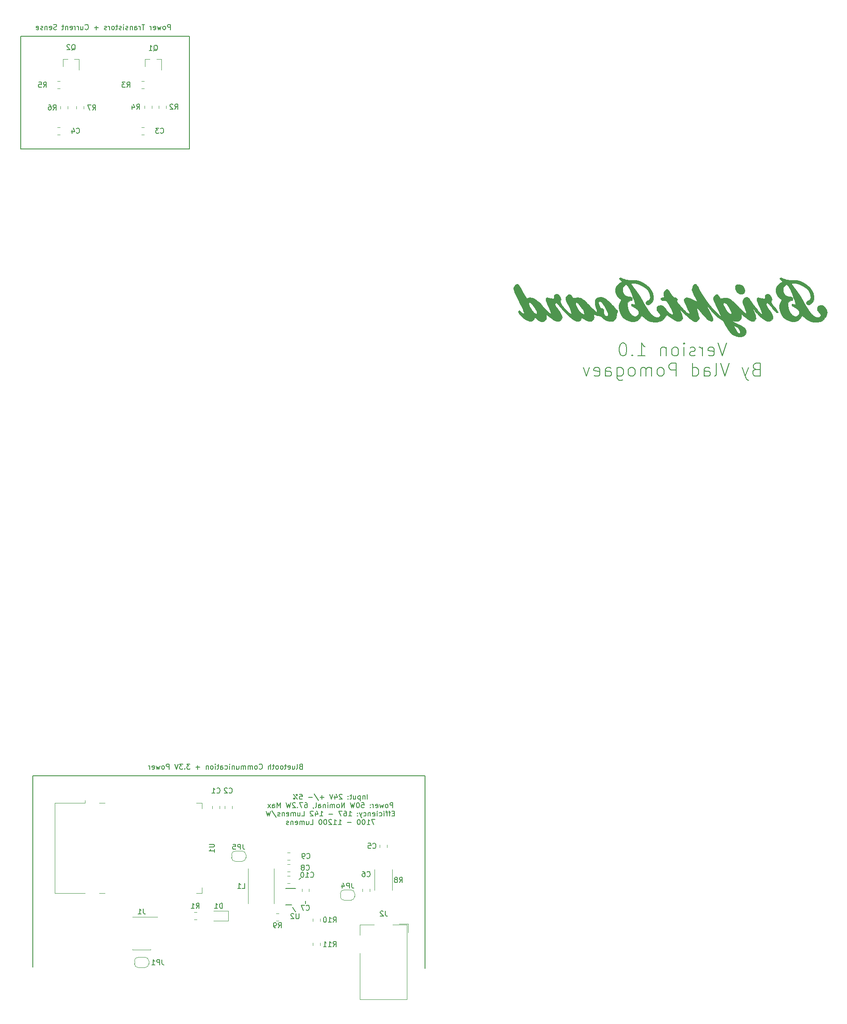
<source format=gbr>
G04 #@! TF.GenerationSoftware,KiCad,Pcbnew,(5.1.4)-1*
G04 #@! TF.CreationDate,2019-09-11T03:03:15-07:00*
G04 #@! TF.ProjectId,BrightBoard1,42726967-6874-4426-9f61-7264312e6b69,rev?*
G04 #@! TF.SameCoordinates,Original*
G04 #@! TF.FileFunction,Legend,Bot*
G04 #@! TF.FilePolarity,Positive*
%FSLAX46Y46*%
G04 Gerber Fmt 4.6, Leading zero omitted, Abs format (unit mm)*
G04 Created by KiCad (PCBNEW (5.1.4)-1) date 2019-09-11 03:03:15*
%MOMM*%
%LPD*%
G04 APERTURE LIST*
%ADD10C,0.150000*%
%ADD11C,0.010000*%
%ADD12C,0.120000*%
G04 APERTURE END LIST*
D10*
X199197857Y-117292380D02*
X199197857Y-116292380D01*
X198816904Y-116292380D01*
X198721666Y-116340000D01*
X198674047Y-116387619D01*
X198626428Y-116482857D01*
X198626428Y-116625714D01*
X198674047Y-116720952D01*
X198721666Y-116768571D01*
X198816904Y-116816190D01*
X199197857Y-116816190D01*
X198055000Y-117292380D02*
X198150238Y-117244761D01*
X198197857Y-117197142D01*
X198245476Y-117101904D01*
X198245476Y-116816190D01*
X198197857Y-116720952D01*
X198150238Y-116673333D01*
X198055000Y-116625714D01*
X197912142Y-116625714D01*
X197816904Y-116673333D01*
X197769285Y-116720952D01*
X197721666Y-116816190D01*
X197721666Y-117101904D01*
X197769285Y-117197142D01*
X197816904Y-117244761D01*
X197912142Y-117292380D01*
X198055000Y-117292380D01*
X197388333Y-116625714D02*
X197197857Y-117292380D01*
X197007380Y-116816190D01*
X196816904Y-117292380D01*
X196626428Y-116625714D01*
X195864523Y-117244761D02*
X195959761Y-117292380D01*
X196150238Y-117292380D01*
X196245476Y-117244761D01*
X196293095Y-117149523D01*
X196293095Y-116768571D01*
X196245476Y-116673333D01*
X196150238Y-116625714D01*
X195959761Y-116625714D01*
X195864523Y-116673333D01*
X195816904Y-116768571D01*
X195816904Y-116863809D01*
X196293095Y-116959047D01*
X195388333Y-117292380D02*
X195388333Y-116625714D01*
X195388333Y-116816190D02*
X195340714Y-116720952D01*
X195293095Y-116673333D01*
X195197857Y-116625714D01*
X195102619Y-116625714D01*
X194150238Y-116292380D02*
X193578809Y-116292380D01*
X193864523Y-117292380D02*
X193864523Y-116292380D01*
X193245476Y-117292380D02*
X193245476Y-116625714D01*
X193245476Y-116816190D02*
X193197857Y-116720952D01*
X193150238Y-116673333D01*
X193055000Y-116625714D01*
X192959761Y-116625714D01*
X192197857Y-117292380D02*
X192197857Y-116768571D01*
X192245476Y-116673333D01*
X192340714Y-116625714D01*
X192531190Y-116625714D01*
X192626428Y-116673333D01*
X192197857Y-117244761D02*
X192293095Y-117292380D01*
X192531190Y-117292380D01*
X192626428Y-117244761D01*
X192674047Y-117149523D01*
X192674047Y-117054285D01*
X192626428Y-116959047D01*
X192531190Y-116911428D01*
X192293095Y-116911428D01*
X192197857Y-116863809D01*
X191721666Y-116625714D02*
X191721666Y-117292380D01*
X191721666Y-116720952D02*
X191674047Y-116673333D01*
X191578809Y-116625714D01*
X191435952Y-116625714D01*
X191340714Y-116673333D01*
X191293095Y-116768571D01*
X191293095Y-117292380D01*
X190864523Y-117244761D02*
X190769285Y-117292380D01*
X190578809Y-117292380D01*
X190483571Y-117244761D01*
X190435952Y-117149523D01*
X190435952Y-117101904D01*
X190483571Y-117006666D01*
X190578809Y-116959047D01*
X190721666Y-116959047D01*
X190816904Y-116911428D01*
X190864523Y-116816190D01*
X190864523Y-116768571D01*
X190816904Y-116673333D01*
X190721666Y-116625714D01*
X190578809Y-116625714D01*
X190483571Y-116673333D01*
X190007380Y-117292380D02*
X190007380Y-116625714D01*
X190007380Y-116292380D02*
X190055000Y-116340000D01*
X190007380Y-116387619D01*
X189959761Y-116340000D01*
X190007380Y-116292380D01*
X190007380Y-116387619D01*
X189578809Y-117244761D02*
X189483571Y-117292380D01*
X189293095Y-117292380D01*
X189197857Y-117244761D01*
X189150238Y-117149523D01*
X189150238Y-117101904D01*
X189197857Y-117006666D01*
X189293095Y-116959047D01*
X189435952Y-116959047D01*
X189531190Y-116911428D01*
X189578809Y-116816190D01*
X189578809Y-116768571D01*
X189531190Y-116673333D01*
X189435952Y-116625714D01*
X189293095Y-116625714D01*
X189197857Y-116673333D01*
X188864523Y-116625714D02*
X188483571Y-116625714D01*
X188721666Y-116292380D02*
X188721666Y-117149523D01*
X188674047Y-117244761D01*
X188578809Y-117292380D01*
X188483571Y-117292380D01*
X188007380Y-117292380D02*
X188102619Y-117244761D01*
X188150238Y-117197142D01*
X188197857Y-117101904D01*
X188197857Y-116816190D01*
X188150238Y-116720952D01*
X188102619Y-116673333D01*
X188007380Y-116625714D01*
X187864523Y-116625714D01*
X187769285Y-116673333D01*
X187721666Y-116720952D01*
X187674047Y-116816190D01*
X187674047Y-117101904D01*
X187721666Y-117197142D01*
X187769285Y-117244761D01*
X187864523Y-117292380D01*
X188007380Y-117292380D01*
X187245476Y-117292380D02*
X187245476Y-116625714D01*
X187245476Y-116816190D02*
X187197857Y-116720952D01*
X187150238Y-116673333D01*
X187055000Y-116625714D01*
X186959761Y-116625714D01*
X186674047Y-117244761D02*
X186578809Y-117292380D01*
X186388333Y-117292380D01*
X186293095Y-117244761D01*
X186245476Y-117149523D01*
X186245476Y-117101904D01*
X186293095Y-117006666D01*
X186388333Y-116959047D01*
X186531190Y-116959047D01*
X186626428Y-116911428D01*
X186674047Y-116816190D01*
X186674047Y-116768571D01*
X186626428Y-116673333D01*
X186531190Y-116625714D01*
X186388333Y-116625714D01*
X186293095Y-116673333D01*
X185055000Y-116911428D02*
X184293095Y-116911428D01*
X184674047Y-117292380D02*
X184674047Y-116530476D01*
X182483571Y-117197142D02*
X182531190Y-117244761D01*
X182674047Y-117292380D01*
X182769285Y-117292380D01*
X182912142Y-117244761D01*
X183007380Y-117149523D01*
X183055000Y-117054285D01*
X183102619Y-116863809D01*
X183102619Y-116720952D01*
X183055000Y-116530476D01*
X183007380Y-116435238D01*
X182912142Y-116340000D01*
X182769285Y-116292380D01*
X182674047Y-116292380D01*
X182531190Y-116340000D01*
X182483571Y-116387619D01*
X181626428Y-116625714D02*
X181626428Y-117292380D01*
X182055000Y-116625714D02*
X182055000Y-117149523D01*
X182007380Y-117244761D01*
X181912142Y-117292380D01*
X181769285Y-117292380D01*
X181674047Y-117244761D01*
X181626428Y-117197142D01*
X181150238Y-117292380D02*
X181150238Y-116625714D01*
X181150238Y-116816190D02*
X181102619Y-116720952D01*
X181055000Y-116673333D01*
X180959761Y-116625714D01*
X180864523Y-116625714D01*
X180531190Y-117292380D02*
X180531190Y-116625714D01*
X180531190Y-116816190D02*
X180483571Y-116720952D01*
X180435952Y-116673333D01*
X180340714Y-116625714D01*
X180245476Y-116625714D01*
X179531190Y-117244761D02*
X179626428Y-117292380D01*
X179816904Y-117292380D01*
X179912142Y-117244761D01*
X179959761Y-117149523D01*
X179959761Y-116768571D01*
X179912142Y-116673333D01*
X179816904Y-116625714D01*
X179626428Y-116625714D01*
X179531190Y-116673333D01*
X179483571Y-116768571D01*
X179483571Y-116863809D01*
X179959761Y-116959047D01*
X179055000Y-116625714D02*
X179055000Y-117292380D01*
X179055000Y-116720952D02*
X179007380Y-116673333D01*
X178912142Y-116625714D01*
X178769285Y-116625714D01*
X178674047Y-116673333D01*
X178626428Y-116768571D01*
X178626428Y-117292380D01*
X178293095Y-116625714D02*
X177912142Y-116625714D01*
X178150238Y-116292380D02*
X178150238Y-117149523D01*
X178102619Y-117244761D01*
X178007380Y-117292380D01*
X177912142Y-117292380D01*
X176864523Y-117244761D02*
X176721666Y-117292380D01*
X176483571Y-117292380D01*
X176388333Y-117244761D01*
X176340714Y-117197142D01*
X176293095Y-117101904D01*
X176293095Y-117006666D01*
X176340714Y-116911428D01*
X176388333Y-116863809D01*
X176483571Y-116816190D01*
X176674047Y-116768571D01*
X176769285Y-116720952D01*
X176816904Y-116673333D01*
X176864523Y-116578095D01*
X176864523Y-116482857D01*
X176816904Y-116387619D01*
X176769285Y-116340000D01*
X176674047Y-116292380D01*
X176435952Y-116292380D01*
X176293095Y-116340000D01*
X175483571Y-117244761D02*
X175578809Y-117292380D01*
X175769285Y-117292380D01*
X175864523Y-117244761D01*
X175912142Y-117149523D01*
X175912142Y-116768571D01*
X175864523Y-116673333D01*
X175769285Y-116625714D01*
X175578809Y-116625714D01*
X175483571Y-116673333D01*
X175435952Y-116768571D01*
X175435952Y-116863809D01*
X175912142Y-116959047D01*
X175007380Y-116625714D02*
X175007380Y-117292380D01*
X175007380Y-116720952D02*
X174959761Y-116673333D01*
X174864523Y-116625714D01*
X174721666Y-116625714D01*
X174626428Y-116673333D01*
X174578809Y-116768571D01*
X174578809Y-117292380D01*
X174150238Y-117244761D02*
X174055000Y-117292380D01*
X173864523Y-117292380D01*
X173769285Y-117244761D01*
X173721666Y-117149523D01*
X173721666Y-117101904D01*
X173769285Y-117006666D01*
X173864523Y-116959047D01*
X174007380Y-116959047D01*
X174102619Y-116911428D01*
X174150238Y-116816190D01*
X174150238Y-116768571D01*
X174102619Y-116673333D01*
X174007380Y-116625714D01*
X173864523Y-116625714D01*
X173769285Y-116673333D01*
X172912142Y-117244761D02*
X173007380Y-117292380D01*
X173197857Y-117292380D01*
X173293095Y-117244761D01*
X173340714Y-117149523D01*
X173340714Y-116768571D01*
X173293095Y-116673333D01*
X173197857Y-116625714D01*
X173007380Y-116625714D01*
X172912142Y-116673333D01*
X172864523Y-116768571D01*
X172864523Y-116863809D01*
X173340714Y-116959047D01*
X202946000Y-118618000D02*
X169799000Y-118618000D01*
X202946000Y-140716000D02*
X202946000Y-118618000D01*
X169799000Y-140716000D02*
X202946000Y-140716000D01*
X169799000Y-118618000D02*
X169799000Y-140716000D01*
X237846285Y-268233380D02*
X237846285Y-267233380D01*
X237370095Y-267566714D02*
X237370095Y-268233380D01*
X237370095Y-267661952D02*
X237322476Y-267614333D01*
X237227238Y-267566714D01*
X237084380Y-267566714D01*
X236989142Y-267614333D01*
X236941523Y-267709571D01*
X236941523Y-268233380D01*
X236465333Y-267566714D02*
X236465333Y-268566714D01*
X236465333Y-267614333D02*
X236370095Y-267566714D01*
X236179619Y-267566714D01*
X236084380Y-267614333D01*
X236036761Y-267661952D01*
X235989142Y-267757190D01*
X235989142Y-268042904D01*
X236036761Y-268138142D01*
X236084380Y-268185761D01*
X236179619Y-268233380D01*
X236370095Y-268233380D01*
X236465333Y-268185761D01*
X235132000Y-267566714D02*
X235132000Y-268233380D01*
X235560571Y-267566714D02*
X235560571Y-268090523D01*
X235512952Y-268185761D01*
X235417714Y-268233380D01*
X235274857Y-268233380D01*
X235179619Y-268185761D01*
X235132000Y-268138142D01*
X234798666Y-267566714D02*
X234417714Y-267566714D01*
X234655809Y-267233380D02*
X234655809Y-268090523D01*
X234608190Y-268185761D01*
X234512952Y-268233380D01*
X234417714Y-268233380D01*
X234084380Y-268138142D02*
X234036761Y-268185761D01*
X234084380Y-268233380D01*
X234132000Y-268185761D01*
X234084380Y-268138142D01*
X234084380Y-268233380D01*
X234084380Y-267614333D02*
X234036761Y-267661952D01*
X234084380Y-267709571D01*
X234132000Y-267661952D01*
X234084380Y-267614333D01*
X234084380Y-267709571D01*
X232893904Y-267328619D02*
X232846285Y-267281000D01*
X232751047Y-267233380D01*
X232512952Y-267233380D01*
X232417714Y-267281000D01*
X232370095Y-267328619D01*
X232322476Y-267423857D01*
X232322476Y-267519095D01*
X232370095Y-267661952D01*
X232941523Y-268233380D01*
X232322476Y-268233380D01*
X231465333Y-267566714D02*
X231465333Y-268233380D01*
X231703428Y-267185761D02*
X231941523Y-267900047D01*
X231322476Y-267900047D01*
X231084380Y-267233380D02*
X230751047Y-268233380D01*
X230417714Y-267233380D01*
X229322476Y-267852428D02*
X228560571Y-267852428D01*
X228941523Y-268233380D02*
X228941523Y-267471476D01*
X227370095Y-267185761D02*
X228227238Y-268471476D01*
X227036761Y-267852428D02*
X226274857Y-267852428D01*
X224560571Y-267233380D02*
X225036761Y-267233380D01*
X225084380Y-267709571D01*
X225036761Y-267661952D01*
X224941523Y-267614333D01*
X224703428Y-267614333D01*
X224608190Y-267661952D01*
X224560571Y-267709571D01*
X224512952Y-267804809D01*
X224512952Y-268042904D01*
X224560571Y-268138142D01*
X224608190Y-268185761D01*
X224703428Y-268233380D01*
X224941523Y-268233380D01*
X225036761Y-268185761D01*
X225084380Y-268138142D01*
X224132000Y-268233380D02*
X223370095Y-267233380D01*
X223989142Y-267233380D02*
X223893904Y-267281000D01*
X223846285Y-267376238D01*
X223893904Y-267471476D01*
X223989142Y-267519095D01*
X224084380Y-267471476D01*
X224132000Y-267376238D01*
X224084380Y-267281000D01*
X223989142Y-267233380D01*
X223417714Y-268185761D02*
X223370095Y-268090523D01*
X223417714Y-267995285D01*
X223512952Y-267947666D01*
X223608190Y-267995285D01*
X223655809Y-268090523D01*
X223608190Y-268185761D01*
X223512952Y-268233380D01*
X223417714Y-268185761D01*
X242846285Y-269883380D02*
X242846285Y-268883380D01*
X242465333Y-268883380D01*
X242370095Y-268931000D01*
X242322476Y-268978619D01*
X242274857Y-269073857D01*
X242274857Y-269216714D01*
X242322476Y-269311952D01*
X242370095Y-269359571D01*
X242465333Y-269407190D01*
X242846285Y-269407190D01*
X241703428Y-269883380D02*
X241798666Y-269835761D01*
X241846285Y-269788142D01*
X241893904Y-269692904D01*
X241893904Y-269407190D01*
X241846285Y-269311952D01*
X241798666Y-269264333D01*
X241703428Y-269216714D01*
X241560571Y-269216714D01*
X241465333Y-269264333D01*
X241417714Y-269311952D01*
X241370095Y-269407190D01*
X241370095Y-269692904D01*
X241417714Y-269788142D01*
X241465333Y-269835761D01*
X241560571Y-269883380D01*
X241703428Y-269883380D01*
X241036761Y-269216714D02*
X240846285Y-269883380D01*
X240655809Y-269407190D01*
X240465333Y-269883380D01*
X240274857Y-269216714D01*
X239512952Y-269835761D02*
X239608190Y-269883380D01*
X239798666Y-269883380D01*
X239893904Y-269835761D01*
X239941523Y-269740523D01*
X239941523Y-269359571D01*
X239893904Y-269264333D01*
X239798666Y-269216714D01*
X239608190Y-269216714D01*
X239512952Y-269264333D01*
X239465333Y-269359571D01*
X239465333Y-269454809D01*
X239941523Y-269550047D01*
X239036761Y-269883380D02*
X239036761Y-269216714D01*
X239036761Y-269407190D02*
X238989142Y-269311952D01*
X238941523Y-269264333D01*
X238846285Y-269216714D01*
X238751047Y-269216714D01*
X238417714Y-269788142D02*
X238370095Y-269835761D01*
X238417714Y-269883380D01*
X238465333Y-269835761D01*
X238417714Y-269788142D01*
X238417714Y-269883380D01*
X238417714Y-269264333D02*
X238370095Y-269311952D01*
X238417714Y-269359571D01*
X238465333Y-269311952D01*
X238417714Y-269264333D01*
X238417714Y-269359571D01*
X236703428Y-268883380D02*
X237179619Y-268883380D01*
X237227238Y-269359571D01*
X237179619Y-269311952D01*
X237084380Y-269264333D01*
X236846285Y-269264333D01*
X236751047Y-269311952D01*
X236703428Y-269359571D01*
X236655809Y-269454809D01*
X236655809Y-269692904D01*
X236703428Y-269788142D01*
X236751047Y-269835761D01*
X236846285Y-269883380D01*
X237084380Y-269883380D01*
X237179619Y-269835761D01*
X237227238Y-269788142D01*
X236036761Y-268883380D02*
X235941523Y-268883380D01*
X235846285Y-268931000D01*
X235798666Y-268978619D01*
X235751047Y-269073857D01*
X235703428Y-269264333D01*
X235703428Y-269502428D01*
X235751047Y-269692904D01*
X235798666Y-269788142D01*
X235846285Y-269835761D01*
X235941523Y-269883380D01*
X236036761Y-269883380D01*
X236132000Y-269835761D01*
X236179619Y-269788142D01*
X236227238Y-269692904D01*
X236274857Y-269502428D01*
X236274857Y-269264333D01*
X236227238Y-269073857D01*
X236179619Y-268978619D01*
X236132000Y-268931000D01*
X236036761Y-268883380D01*
X235370095Y-268883380D02*
X235132000Y-269883380D01*
X234941523Y-269169095D01*
X234751047Y-269883380D01*
X234512952Y-268883380D01*
X233370095Y-269883380D02*
X233370095Y-268883380D01*
X232798666Y-269883380D01*
X232798666Y-268883380D01*
X232179619Y-269883380D02*
X232274857Y-269835761D01*
X232322476Y-269788142D01*
X232370095Y-269692904D01*
X232370095Y-269407190D01*
X232322476Y-269311952D01*
X232274857Y-269264333D01*
X232179619Y-269216714D01*
X232036761Y-269216714D01*
X231941523Y-269264333D01*
X231893904Y-269311952D01*
X231846285Y-269407190D01*
X231846285Y-269692904D01*
X231893904Y-269788142D01*
X231941523Y-269835761D01*
X232036761Y-269883380D01*
X232179619Y-269883380D01*
X231417714Y-269883380D02*
X231417714Y-269216714D01*
X231417714Y-269311952D02*
X231370095Y-269264333D01*
X231274857Y-269216714D01*
X231132000Y-269216714D01*
X231036761Y-269264333D01*
X230989142Y-269359571D01*
X230989142Y-269883380D01*
X230989142Y-269359571D02*
X230941523Y-269264333D01*
X230846285Y-269216714D01*
X230703428Y-269216714D01*
X230608190Y-269264333D01*
X230560571Y-269359571D01*
X230560571Y-269883380D01*
X230084380Y-269883380D02*
X230084380Y-269216714D01*
X230084380Y-268883380D02*
X230132000Y-268931000D01*
X230084380Y-268978619D01*
X230036761Y-268931000D01*
X230084380Y-268883380D01*
X230084380Y-268978619D01*
X229608190Y-269216714D02*
X229608190Y-269883380D01*
X229608190Y-269311952D02*
X229560571Y-269264333D01*
X229465333Y-269216714D01*
X229322476Y-269216714D01*
X229227238Y-269264333D01*
X229179619Y-269359571D01*
X229179619Y-269883380D01*
X228274857Y-269883380D02*
X228274857Y-269359571D01*
X228322476Y-269264333D01*
X228417714Y-269216714D01*
X228608190Y-269216714D01*
X228703428Y-269264333D01*
X228274857Y-269835761D02*
X228370095Y-269883380D01*
X228608190Y-269883380D01*
X228703428Y-269835761D01*
X228751047Y-269740523D01*
X228751047Y-269645285D01*
X228703428Y-269550047D01*
X228608190Y-269502428D01*
X228370095Y-269502428D01*
X228274857Y-269454809D01*
X227655809Y-269883380D02*
X227751047Y-269835761D01*
X227798666Y-269740523D01*
X227798666Y-268883380D01*
X227227238Y-269835761D02*
X227227238Y-269883380D01*
X227274857Y-269978619D01*
X227322476Y-270026238D01*
X225608190Y-268883380D02*
X225798666Y-268883380D01*
X225893904Y-268931000D01*
X225941523Y-268978619D01*
X226036761Y-269121476D01*
X226084380Y-269311952D01*
X226084380Y-269692904D01*
X226036761Y-269788142D01*
X225989142Y-269835761D01*
X225893904Y-269883380D01*
X225703428Y-269883380D01*
X225608190Y-269835761D01*
X225560571Y-269788142D01*
X225512952Y-269692904D01*
X225512952Y-269454809D01*
X225560571Y-269359571D01*
X225608190Y-269311952D01*
X225703428Y-269264333D01*
X225893904Y-269264333D01*
X225989142Y-269311952D01*
X226036761Y-269359571D01*
X226084380Y-269454809D01*
X225179619Y-268883380D02*
X224512952Y-268883380D01*
X224941523Y-269883380D01*
X224132000Y-269788142D02*
X224084380Y-269835761D01*
X224132000Y-269883380D01*
X224179619Y-269835761D01*
X224132000Y-269788142D01*
X224132000Y-269883380D01*
X223703428Y-268978619D02*
X223655809Y-268931000D01*
X223560571Y-268883380D01*
X223322476Y-268883380D01*
X223227238Y-268931000D01*
X223179619Y-268978619D01*
X223132000Y-269073857D01*
X223132000Y-269169095D01*
X223179619Y-269311952D01*
X223751047Y-269883380D01*
X223132000Y-269883380D01*
X222798666Y-268883380D02*
X222560571Y-269883380D01*
X222370095Y-269169095D01*
X222179619Y-269883380D01*
X221941523Y-268883380D01*
X220798666Y-269883380D02*
X220798666Y-268883380D01*
X220465333Y-269597666D01*
X220132000Y-268883380D01*
X220132000Y-269883380D01*
X219227238Y-269883380D02*
X219227238Y-269359571D01*
X219274857Y-269264333D01*
X219370095Y-269216714D01*
X219560571Y-269216714D01*
X219655809Y-269264333D01*
X219227238Y-269835761D02*
X219322476Y-269883380D01*
X219560571Y-269883380D01*
X219655809Y-269835761D01*
X219703428Y-269740523D01*
X219703428Y-269645285D01*
X219655809Y-269550047D01*
X219560571Y-269502428D01*
X219322476Y-269502428D01*
X219227238Y-269454809D01*
X218846285Y-269883380D02*
X218322476Y-269216714D01*
X218846285Y-269216714D02*
X218322476Y-269883380D01*
X243155809Y-271009571D02*
X242822476Y-271009571D01*
X242679619Y-271533380D02*
X243155809Y-271533380D01*
X243155809Y-270533380D01*
X242679619Y-270533380D01*
X242393904Y-270866714D02*
X242012952Y-270866714D01*
X242251047Y-271533380D02*
X242251047Y-270676238D01*
X242203428Y-270581000D01*
X242108190Y-270533380D01*
X242012952Y-270533380D01*
X241822476Y-270866714D02*
X241441523Y-270866714D01*
X241679619Y-271533380D02*
X241679619Y-270676238D01*
X241632000Y-270581000D01*
X241536761Y-270533380D01*
X241441523Y-270533380D01*
X241108190Y-271533380D02*
X241108190Y-270866714D01*
X241108190Y-270533380D02*
X241155809Y-270581000D01*
X241108190Y-270628619D01*
X241060571Y-270581000D01*
X241108190Y-270533380D01*
X241108190Y-270628619D01*
X240203428Y-271485761D02*
X240298666Y-271533380D01*
X240489142Y-271533380D01*
X240584380Y-271485761D01*
X240632000Y-271438142D01*
X240679619Y-271342904D01*
X240679619Y-271057190D01*
X240632000Y-270961952D01*
X240584380Y-270914333D01*
X240489142Y-270866714D01*
X240298666Y-270866714D01*
X240203428Y-270914333D01*
X239774857Y-271533380D02*
X239774857Y-270866714D01*
X239774857Y-270533380D02*
X239822476Y-270581000D01*
X239774857Y-270628619D01*
X239727238Y-270581000D01*
X239774857Y-270533380D01*
X239774857Y-270628619D01*
X238917714Y-271485761D02*
X239012952Y-271533380D01*
X239203428Y-271533380D01*
X239298666Y-271485761D01*
X239346285Y-271390523D01*
X239346285Y-271009571D01*
X239298666Y-270914333D01*
X239203428Y-270866714D01*
X239012952Y-270866714D01*
X238917714Y-270914333D01*
X238870095Y-271009571D01*
X238870095Y-271104809D01*
X239346285Y-271200047D01*
X238441523Y-270866714D02*
X238441523Y-271533380D01*
X238441523Y-270961952D02*
X238393904Y-270914333D01*
X238298666Y-270866714D01*
X238155809Y-270866714D01*
X238060571Y-270914333D01*
X238012952Y-271009571D01*
X238012952Y-271533380D01*
X237108190Y-271485761D02*
X237203428Y-271533380D01*
X237393904Y-271533380D01*
X237489142Y-271485761D01*
X237536761Y-271438142D01*
X237584380Y-271342904D01*
X237584380Y-271057190D01*
X237536761Y-270961952D01*
X237489142Y-270914333D01*
X237393904Y-270866714D01*
X237203428Y-270866714D01*
X237108190Y-270914333D01*
X236774857Y-270866714D02*
X236536761Y-271533380D01*
X236298666Y-270866714D02*
X236536761Y-271533380D01*
X236632000Y-271771476D01*
X236679619Y-271819095D01*
X236774857Y-271866714D01*
X235917714Y-271438142D02*
X235870095Y-271485761D01*
X235917714Y-271533380D01*
X235965333Y-271485761D01*
X235917714Y-271438142D01*
X235917714Y-271533380D01*
X235917714Y-270914333D02*
X235870095Y-270961952D01*
X235917714Y-271009571D01*
X235965333Y-270961952D01*
X235917714Y-270914333D01*
X235917714Y-271009571D01*
X234155809Y-271533380D02*
X234727238Y-271533380D01*
X234441523Y-271533380D02*
X234441523Y-270533380D01*
X234536761Y-270676238D01*
X234632000Y-270771476D01*
X234727238Y-270819095D01*
X233298666Y-270533380D02*
X233489142Y-270533380D01*
X233584380Y-270581000D01*
X233632000Y-270628619D01*
X233727238Y-270771476D01*
X233774857Y-270961952D01*
X233774857Y-271342904D01*
X233727238Y-271438142D01*
X233679619Y-271485761D01*
X233584380Y-271533380D01*
X233393904Y-271533380D01*
X233298666Y-271485761D01*
X233251047Y-271438142D01*
X233203428Y-271342904D01*
X233203428Y-271104809D01*
X233251047Y-271009571D01*
X233298666Y-270961952D01*
X233393904Y-270914333D01*
X233584380Y-270914333D01*
X233679619Y-270961952D01*
X233727238Y-271009571D01*
X233774857Y-271104809D01*
X232870095Y-270533380D02*
X232203428Y-270533380D01*
X232632000Y-271533380D01*
X231060571Y-271152428D02*
X230298666Y-271152428D01*
X228536761Y-271533380D02*
X229108190Y-271533380D01*
X228822476Y-271533380D02*
X228822476Y-270533380D01*
X228917714Y-270676238D01*
X229012952Y-270771476D01*
X229108190Y-270819095D01*
X227679619Y-270866714D02*
X227679619Y-271533380D01*
X227917714Y-270485761D02*
X228155809Y-271200047D01*
X227536761Y-271200047D01*
X227203428Y-270628619D02*
X227155809Y-270581000D01*
X227060571Y-270533380D01*
X226822476Y-270533380D01*
X226727238Y-270581000D01*
X226679619Y-270628619D01*
X226632000Y-270723857D01*
X226632000Y-270819095D01*
X226679619Y-270961952D01*
X227251047Y-271533380D01*
X226632000Y-271533380D01*
X224965333Y-271533380D02*
X225441523Y-271533380D01*
X225441523Y-270533380D01*
X224203428Y-270866714D02*
X224203428Y-271533380D01*
X224632000Y-270866714D02*
X224632000Y-271390523D01*
X224584380Y-271485761D01*
X224489142Y-271533380D01*
X224346285Y-271533380D01*
X224251047Y-271485761D01*
X224203428Y-271438142D01*
X223727238Y-271533380D02*
X223727238Y-270866714D01*
X223727238Y-270961952D02*
X223679619Y-270914333D01*
X223584380Y-270866714D01*
X223441523Y-270866714D01*
X223346285Y-270914333D01*
X223298666Y-271009571D01*
X223298666Y-271533380D01*
X223298666Y-271009571D02*
X223251047Y-270914333D01*
X223155809Y-270866714D01*
X223012952Y-270866714D01*
X222917714Y-270914333D01*
X222870095Y-271009571D01*
X222870095Y-271533380D01*
X222012952Y-271485761D02*
X222108190Y-271533380D01*
X222298666Y-271533380D01*
X222393904Y-271485761D01*
X222441523Y-271390523D01*
X222441523Y-271009571D01*
X222393904Y-270914333D01*
X222298666Y-270866714D01*
X222108190Y-270866714D01*
X222012952Y-270914333D01*
X221965333Y-271009571D01*
X221965333Y-271104809D01*
X222441523Y-271200047D01*
X221536761Y-270866714D02*
X221536761Y-271533380D01*
X221536761Y-270961952D02*
X221489142Y-270914333D01*
X221393904Y-270866714D01*
X221251047Y-270866714D01*
X221155809Y-270914333D01*
X221108190Y-271009571D01*
X221108190Y-271533380D01*
X220679619Y-271485761D02*
X220584380Y-271533380D01*
X220393904Y-271533380D01*
X220298666Y-271485761D01*
X220251047Y-271390523D01*
X220251047Y-271342904D01*
X220298666Y-271247666D01*
X220393904Y-271200047D01*
X220536761Y-271200047D01*
X220632000Y-271152428D01*
X220679619Y-271057190D01*
X220679619Y-271009571D01*
X220632000Y-270914333D01*
X220536761Y-270866714D01*
X220393904Y-270866714D01*
X220298666Y-270914333D01*
X219108190Y-270485761D02*
X219965333Y-271771476D01*
X218870095Y-270533380D02*
X218632000Y-271533380D01*
X218441523Y-270819095D01*
X218251047Y-271533380D01*
X218012952Y-270533380D01*
X239346285Y-272183380D02*
X238679619Y-272183380D01*
X239108190Y-273183380D01*
X237774857Y-273183380D02*
X238346285Y-273183380D01*
X238060571Y-273183380D02*
X238060571Y-272183380D01*
X238155809Y-272326238D01*
X238251047Y-272421476D01*
X238346285Y-272469095D01*
X237155809Y-272183380D02*
X237060571Y-272183380D01*
X236965333Y-272231000D01*
X236917714Y-272278619D01*
X236870095Y-272373857D01*
X236822476Y-272564333D01*
X236822476Y-272802428D01*
X236870095Y-272992904D01*
X236917714Y-273088142D01*
X236965333Y-273135761D01*
X237060571Y-273183380D01*
X237155809Y-273183380D01*
X237251047Y-273135761D01*
X237298666Y-273088142D01*
X237346285Y-272992904D01*
X237393904Y-272802428D01*
X237393904Y-272564333D01*
X237346285Y-272373857D01*
X237298666Y-272278619D01*
X237251047Y-272231000D01*
X237155809Y-272183380D01*
X236203428Y-272183380D02*
X236108190Y-272183380D01*
X236012952Y-272231000D01*
X235965333Y-272278619D01*
X235917714Y-272373857D01*
X235870095Y-272564333D01*
X235870095Y-272802428D01*
X235917714Y-272992904D01*
X235965333Y-273088142D01*
X236012952Y-273135761D01*
X236108190Y-273183380D01*
X236203428Y-273183380D01*
X236298666Y-273135761D01*
X236346285Y-273088142D01*
X236393904Y-272992904D01*
X236441523Y-272802428D01*
X236441523Y-272564333D01*
X236393904Y-272373857D01*
X236346285Y-272278619D01*
X236298666Y-272231000D01*
X236203428Y-272183380D01*
X234679619Y-272802428D02*
X233917714Y-272802428D01*
X232155809Y-273183380D02*
X232727238Y-273183380D01*
X232441523Y-273183380D02*
X232441523Y-272183380D01*
X232536761Y-272326238D01*
X232632000Y-272421476D01*
X232727238Y-272469095D01*
X231203428Y-273183380D02*
X231774857Y-273183380D01*
X231489142Y-273183380D02*
X231489142Y-272183380D01*
X231584380Y-272326238D01*
X231679619Y-272421476D01*
X231774857Y-272469095D01*
X230822476Y-272278619D02*
X230774857Y-272231000D01*
X230679619Y-272183380D01*
X230441523Y-272183380D01*
X230346285Y-272231000D01*
X230298666Y-272278619D01*
X230251047Y-272373857D01*
X230251047Y-272469095D01*
X230298666Y-272611952D01*
X230870095Y-273183380D01*
X230251047Y-273183380D01*
X229632000Y-272183380D02*
X229536761Y-272183380D01*
X229441523Y-272231000D01*
X229393904Y-272278619D01*
X229346285Y-272373857D01*
X229298666Y-272564333D01*
X229298666Y-272802428D01*
X229346285Y-272992904D01*
X229393904Y-273088142D01*
X229441523Y-273135761D01*
X229536761Y-273183380D01*
X229632000Y-273183380D01*
X229727238Y-273135761D01*
X229774857Y-273088142D01*
X229822476Y-272992904D01*
X229870095Y-272802428D01*
X229870095Y-272564333D01*
X229822476Y-272373857D01*
X229774857Y-272278619D01*
X229727238Y-272231000D01*
X229632000Y-272183380D01*
X228679619Y-272183380D02*
X228584380Y-272183380D01*
X228489142Y-272231000D01*
X228441523Y-272278619D01*
X228393904Y-272373857D01*
X228346285Y-272564333D01*
X228346285Y-272802428D01*
X228393904Y-272992904D01*
X228441523Y-273088142D01*
X228489142Y-273135761D01*
X228584380Y-273183380D01*
X228679619Y-273183380D01*
X228774857Y-273135761D01*
X228822476Y-273088142D01*
X228870095Y-272992904D01*
X228917714Y-272802428D01*
X228917714Y-272564333D01*
X228870095Y-272373857D01*
X228822476Y-272278619D01*
X228774857Y-272231000D01*
X228679619Y-272183380D01*
X226679619Y-273183380D02*
X227155809Y-273183380D01*
X227155809Y-272183380D01*
X225917714Y-272516714D02*
X225917714Y-273183380D01*
X226346285Y-272516714D02*
X226346285Y-273040523D01*
X226298666Y-273135761D01*
X226203428Y-273183380D01*
X226060571Y-273183380D01*
X225965333Y-273135761D01*
X225917714Y-273088142D01*
X225441523Y-273183380D02*
X225441523Y-272516714D01*
X225441523Y-272611952D02*
X225393904Y-272564333D01*
X225298666Y-272516714D01*
X225155809Y-272516714D01*
X225060571Y-272564333D01*
X225012952Y-272659571D01*
X225012952Y-273183380D01*
X225012952Y-272659571D02*
X224965333Y-272564333D01*
X224870095Y-272516714D01*
X224727238Y-272516714D01*
X224632000Y-272564333D01*
X224584380Y-272659571D01*
X224584380Y-273183380D01*
X223727238Y-273135761D02*
X223822476Y-273183380D01*
X224012952Y-273183380D01*
X224108190Y-273135761D01*
X224155809Y-273040523D01*
X224155809Y-272659571D01*
X224108190Y-272564333D01*
X224012952Y-272516714D01*
X223822476Y-272516714D01*
X223727238Y-272564333D01*
X223679619Y-272659571D01*
X223679619Y-272754809D01*
X224155809Y-272850047D01*
X223251047Y-272516714D02*
X223251047Y-273183380D01*
X223251047Y-272611952D02*
X223203428Y-272564333D01*
X223108190Y-272516714D01*
X222965333Y-272516714D01*
X222870095Y-272564333D01*
X222822476Y-272659571D01*
X222822476Y-273183380D01*
X222393904Y-273135761D02*
X222298666Y-273183380D01*
X222108190Y-273183380D01*
X222012952Y-273135761D01*
X221965333Y-273040523D01*
X221965333Y-272992904D01*
X222012952Y-272897666D01*
X222108190Y-272850047D01*
X222251047Y-272850047D01*
X222346285Y-272802428D01*
X222393904Y-272707190D01*
X222393904Y-272659571D01*
X222346285Y-272564333D01*
X222251047Y-272516714D01*
X222108190Y-272516714D01*
X222012952Y-272564333D01*
X224772285Y-261802571D02*
X224629428Y-261850190D01*
X224581809Y-261897809D01*
X224534190Y-261993047D01*
X224534190Y-262135904D01*
X224581809Y-262231142D01*
X224629428Y-262278761D01*
X224724666Y-262326380D01*
X225105619Y-262326380D01*
X225105619Y-261326380D01*
X224772285Y-261326380D01*
X224677047Y-261374000D01*
X224629428Y-261421619D01*
X224581809Y-261516857D01*
X224581809Y-261612095D01*
X224629428Y-261707333D01*
X224677047Y-261754952D01*
X224772285Y-261802571D01*
X225105619Y-261802571D01*
X223962761Y-262326380D02*
X224058000Y-262278761D01*
X224105619Y-262183523D01*
X224105619Y-261326380D01*
X223153238Y-261659714D02*
X223153238Y-262326380D01*
X223581809Y-261659714D02*
X223581809Y-262183523D01*
X223534190Y-262278761D01*
X223438952Y-262326380D01*
X223296095Y-262326380D01*
X223200857Y-262278761D01*
X223153238Y-262231142D01*
X222296095Y-262278761D02*
X222391333Y-262326380D01*
X222581809Y-262326380D01*
X222677047Y-262278761D01*
X222724666Y-262183523D01*
X222724666Y-261802571D01*
X222677047Y-261707333D01*
X222581809Y-261659714D01*
X222391333Y-261659714D01*
X222296095Y-261707333D01*
X222248476Y-261802571D01*
X222248476Y-261897809D01*
X222724666Y-261993047D01*
X221962761Y-261659714D02*
X221581809Y-261659714D01*
X221819904Y-261326380D02*
X221819904Y-262183523D01*
X221772285Y-262278761D01*
X221677047Y-262326380D01*
X221581809Y-262326380D01*
X221105619Y-262326380D02*
X221200857Y-262278761D01*
X221248476Y-262231142D01*
X221296095Y-262135904D01*
X221296095Y-261850190D01*
X221248476Y-261754952D01*
X221200857Y-261707333D01*
X221105619Y-261659714D01*
X220962761Y-261659714D01*
X220867523Y-261707333D01*
X220819904Y-261754952D01*
X220772285Y-261850190D01*
X220772285Y-262135904D01*
X220819904Y-262231142D01*
X220867523Y-262278761D01*
X220962761Y-262326380D01*
X221105619Y-262326380D01*
X220200857Y-262326380D02*
X220296095Y-262278761D01*
X220343714Y-262231142D01*
X220391333Y-262135904D01*
X220391333Y-261850190D01*
X220343714Y-261754952D01*
X220296095Y-261707333D01*
X220200857Y-261659714D01*
X220058000Y-261659714D01*
X219962761Y-261707333D01*
X219915142Y-261754952D01*
X219867523Y-261850190D01*
X219867523Y-262135904D01*
X219915142Y-262231142D01*
X219962761Y-262278761D01*
X220058000Y-262326380D01*
X220200857Y-262326380D01*
X219581809Y-261659714D02*
X219200857Y-261659714D01*
X219438952Y-261326380D02*
X219438952Y-262183523D01*
X219391333Y-262278761D01*
X219296095Y-262326380D01*
X219200857Y-262326380D01*
X218867523Y-262326380D02*
X218867523Y-261326380D01*
X218438952Y-262326380D02*
X218438952Y-261802571D01*
X218486571Y-261707333D01*
X218581809Y-261659714D01*
X218724666Y-261659714D01*
X218819904Y-261707333D01*
X218867523Y-261754952D01*
X216629428Y-262231142D02*
X216677047Y-262278761D01*
X216819904Y-262326380D01*
X216915142Y-262326380D01*
X217058000Y-262278761D01*
X217153238Y-262183523D01*
X217200857Y-262088285D01*
X217248476Y-261897809D01*
X217248476Y-261754952D01*
X217200857Y-261564476D01*
X217153238Y-261469238D01*
X217058000Y-261374000D01*
X216915142Y-261326380D01*
X216819904Y-261326380D01*
X216677047Y-261374000D01*
X216629428Y-261421619D01*
X216058000Y-262326380D02*
X216153238Y-262278761D01*
X216200857Y-262231142D01*
X216248476Y-262135904D01*
X216248476Y-261850190D01*
X216200857Y-261754952D01*
X216153238Y-261707333D01*
X216058000Y-261659714D01*
X215915142Y-261659714D01*
X215819904Y-261707333D01*
X215772285Y-261754952D01*
X215724666Y-261850190D01*
X215724666Y-262135904D01*
X215772285Y-262231142D01*
X215819904Y-262278761D01*
X215915142Y-262326380D01*
X216058000Y-262326380D01*
X215296095Y-262326380D02*
X215296095Y-261659714D01*
X215296095Y-261754952D02*
X215248476Y-261707333D01*
X215153238Y-261659714D01*
X215010380Y-261659714D01*
X214915142Y-261707333D01*
X214867523Y-261802571D01*
X214867523Y-262326380D01*
X214867523Y-261802571D02*
X214819904Y-261707333D01*
X214724666Y-261659714D01*
X214581809Y-261659714D01*
X214486571Y-261707333D01*
X214438952Y-261802571D01*
X214438952Y-262326380D01*
X213962761Y-262326380D02*
X213962761Y-261659714D01*
X213962761Y-261754952D02*
X213915142Y-261707333D01*
X213819904Y-261659714D01*
X213677047Y-261659714D01*
X213581809Y-261707333D01*
X213534190Y-261802571D01*
X213534190Y-262326380D01*
X213534190Y-261802571D02*
X213486571Y-261707333D01*
X213391333Y-261659714D01*
X213248476Y-261659714D01*
X213153238Y-261707333D01*
X213105619Y-261802571D01*
X213105619Y-262326380D01*
X212200857Y-261659714D02*
X212200857Y-262326380D01*
X212629428Y-261659714D02*
X212629428Y-262183523D01*
X212581809Y-262278761D01*
X212486571Y-262326380D01*
X212343714Y-262326380D01*
X212248476Y-262278761D01*
X212200857Y-262231142D01*
X211724666Y-261659714D02*
X211724666Y-262326380D01*
X211724666Y-261754952D02*
X211677047Y-261707333D01*
X211581809Y-261659714D01*
X211438952Y-261659714D01*
X211343714Y-261707333D01*
X211296095Y-261802571D01*
X211296095Y-262326380D01*
X210819904Y-262326380D02*
X210819904Y-261659714D01*
X210819904Y-261326380D02*
X210867523Y-261374000D01*
X210819904Y-261421619D01*
X210772285Y-261374000D01*
X210819904Y-261326380D01*
X210819904Y-261421619D01*
X209915142Y-262278761D02*
X210010380Y-262326380D01*
X210200857Y-262326380D01*
X210296095Y-262278761D01*
X210343714Y-262231142D01*
X210391333Y-262135904D01*
X210391333Y-261850190D01*
X210343714Y-261754952D01*
X210296095Y-261707333D01*
X210200857Y-261659714D01*
X210010380Y-261659714D01*
X209915142Y-261707333D01*
X209058000Y-262326380D02*
X209058000Y-261802571D01*
X209105619Y-261707333D01*
X209200857Y-261659714D01*
X209391333Y-261659714D01*
X209486571Y-261707333D01*
X209058000Y-262278761D02*
X209153238Y-262326380D01*
X209391333Y-262326380D01*
X209486571Y-262278761D01*
X209534190Y-262183523D01*
X209534190Y-262088285D01*
X209486571Y-261993047D01*
X209391333Y-261945428D01*
X209153238Y-261945428D01*
X209058000Y-261897809D01*
X208724666Y-261659714D02*
X208343714Y-261659714D01*
X208581809Y-261326380D02*
X208581809Y-262183523D01*
X208534190Y-262278761D01*
X208438952Y-262326380D01*
X208343714Y-262326380D01*
X208010380Y-262326380D02*
X208010380Y-261659714D01*
X208010380Y-261326380D02*
X208058000Y-261374000D01*
X208010380Y-261421619D01*
X207962761Y-261374000D01*
X208010380Y-261326380D01*
X208010380Y-261421619D01*
X207391333Y-262326380D02*
X207486571Y-262278761D01*
X207534190Y-262231142D01*
X207581809Y-262135904D01*
X207581809Y-261850190D01*
X207534190Y-261754952D01*
X207486571Y-261707333D01*
X207391333Y-261659714D01*
X207248476Y-261659714D01*
X207153238Y-261707333D01*
X207105619Y-261754952D01*
X207058000Y-261850190D01*
X207058000Y-262135904D01*
X207105619Y-262231142D01*
X207153238Y-262278761D01*
X207248476Y-262326380D01*
X207391333Y-262326380D01*
X206629428Y-261659714D02*
X206629428Y-262326380D01*
X206629428Y-261754952D02*
X206581809Y-261707333D01*
X206486571Y-261659714D01*
X206343714Y-261659714D01*
X206248476Y-261707333D01*
X206200857Y-261802571D01*
X206200857Y-262326380D01*
X204962761Y-261945428D02*
X204200857Y-261945428D01*
X204581809Y-262326380D02*
X204581809Y-261564476D01*
X203058000Y-261326380D02*
X202438952Y-261326380D01*
X202772285Y-261707333D01*
X202629428Y-261707333D01*
X202534190Y-261754952D01*
X202486571Y-261802571D01*
X202438952Y-261897809D01*
X202438952Y-262135904D01*
X202486571Y-262231142D01*
X202534190Y-262278761D01*
X202629428Y-262326380D01*
X202915142Y-262326380D01*
X203010380Y-262278761D01*
X203058000Y-262231142D01*
X202010380Y-262231142D02*
X201962761Y-262278761D01*
X202010380Y-262326380D01*
X202058000Y-262278761D01*
X202010380Y-262231142D01*
X202010380Y-262326380D01*
X201629428Y-261326380D02*
X201010380Y-261326380D01*
X201343714Y-261707333D01*
X201200857Y-261707333D01*
X201105619Y-261754952D01*
X201058000Y-261802571D01*
X201010380Y-261897809D01*
X201010380Y-262135904D01*
X201058000Y-262231142D01*
X201105619Y-262278761D01*
X201200857Y-262326380D01*
X201486571Y-262326380D01*
X201581809Y-262278761D01*
X201629428Y-262231142D01*
X200724666Y-261326380D02*
X200391333Y-262326380D01*
X200058000Y-261326380D01*
X198962761Y-262326380D02*
X198962761Y-261326380D01*
X198581809Y-261326380D01*
X198486571Y-261374000D01*
X198438952Y-261421619D01*
X198391333Y-261516857D01*
X198391333Y-261659714D01*
X198438952Y-261754952D01*
X198486571Y-261802571D01*
X198581809Y-261850190D01*
X198962761Y-261850190D01*
X197819904Y-262326380D02*
X197915142Y-262278761D01*
X197962761Y-262231142D01*
X198010380Y-262135904D01*
X198010380Y-261850190D01*
X197962761Y-261754952D01*
X197915142Y-261707333D01*
X197819904Y-261659714D01*
X197677047Y-261659714D01*
X197581809Y-261707333D01*
X197534190Y-261754952D01*
X197486571Y-261850190D01*
X197486571Y-262135904D01*
X197534190Y-262231142D01*
X197581809Y-262278761D01*
X197677047Y-262326380D01*
X197819904Y-262326380D01*
X197153238Y-261659714D02*
X196962761Y-262326380D01*
X196772285Y-261850190D01*
X196581809Y-262326380D01*
X196391333Y-261659714D01*
X195629428Y-262278761D02*
X195724666Y-262326380D01*
X195915142Y-262326380D01*
X196010380Y-262278761D01*
X196058000Y-262183523D01*
X196058000Y-261802571D01*
X196010380Y-261707333D01*
X195915142Y-261659714D01*
X195724666Y-261659714D01*
X195629428Y-261707333D01*
X195581809Y-261802571D01*
X195581809Y-261897809D01*
X196058000Y-261993047D01*
X195153238Y-262326380D02*
X195153238Y-261659714D01*
X195153238Y-261850190D02*
X195105619Y-261754952D01*
X195058000Y-261707333D01*
X194962761Y-261659714D01*
X194867523Y-261659714D01*
X249174000Y-263652000D02*
X249174000Y-301371000D01*
X172212000Y-263652000D02*
X249174000Y-263652000D01*
X172212000Y-301117000D02*
X172212000Y-263652000D01*
X308331809Y-178747047D02*
X307485142Y-181287047D01*
X306638476Y-178747047D01*
X304824190Y-181166095D02*
X305066095Y-181287047D01*
X305549904Y-181287047D01*
X305791809Y-181166095D01*
X305912761Y-180924190D01*
X305912761Y-179956571D01*
X305791809Y-179714666D01*
X305549904Y-179593714D01*
X305066095Y-179593714D01*
X304824190Y-179714666D01*
X304703238Y-179956571D01*
X304703238Y-180198476D01*
X305912761Y-180440380D01*
X303614666Y-181287047D02*
X303614666Y-179593714D01*
X303614666Y-180077523D02*
X303493714Y-179835619D01*
X303372761Y-179714666D01*
X303130857Y-179593714D01*
X302888952Y-179593714D01*
X302163238Y-181166095D02*
X301921333Y-181287047D01*
X301437523Y-181287047D01*
X301195619Y-181166095D01*
X301074666Y-180924190D01*
X301074666Y-180803238D01*
X301195619Y-180561333D01*
X301437523Y-180440380D01*
X301800380Y-180440380D01*
X302042285Y-180319428D01*
X302163238Y-180077523D01*
X302163238Y-179956571D01*
X302042285Y-179714666D01*
X301800380Y-179593714D01*
X301437523Y-179593714D01*
X301195619Y-179714666D01*
X299986095Y-181287047D02*
X299986095Y-179593714D01*
X299986095Y-178747047D02*
X300107047Y-178868000D01*
X299986095Y-178988952D01*
X299865142Y-178868000D01*
X299986095Y-178747047D01*
X299986095Y-178988952D01*
X298413714Y-181287047D02*
X298655619Y-181166095D01*
X298776571Y-181045142D01*
X298897523Y-180803238D01*
X298897523Y-180077523D01*
X298776571Y-179835619D01*
X298655619Y-179714666D01*
X298413714Y-179593714D01*
X298050857Y-179593714D01*
X297808952Y-179714666D01*
X297688000Y-179835619D01*
X297567047Y-180077523D01*
X297567047Y-180803238D01*
X297688000Y-181045142D01*
X297808952Y-181166095D01*
X298050857Y-181287047D01*
X298413714Y-181287047D01*
X296478476Y-179593714D02*
X296478476Y-181287047D01*
X296478476Y-179835619D02*
X296357523Y-179714666D01*
X296115619Y-179593714D01*
X295752761Y-179593714D01*
X295510857Y-179714666D01*
X295389904Y-179956571D01*
X295389904Y-181287047D01*
X290914666Y-181287047D02*
X292366095Y-181287047D01*
X291640380Y-181287047D02*
X291640380Y-178747047D01*
X291882285Y-179109904D01*
X292124190Y-179351809D01*
X292366095Y-179472761D01*
X289826095Y-181045142D02*
X289705142Y-181166095D01*
X289826095Y-181287047D01*
X289947047Y-181166095D01*
X289826095Y-181045142D01*
X289826095Y-181287047D01*
X288132761Y-178747047D02*
X287890857Y-178747047D01*
X287648952Y-178868000D01*
X287528000Y-178988952D01*
X287407047Y-179230857D01*
X287286095Y-179714666D01*
X287286095Y-180319428D01*
X287407047Y-180803238D01*
X287528000Y-181045142D01*
X287648952Y-181166095D01*
X287890857Y-181287047D01*
X288132761Y-181287047D01*
X288374666Y-181166095D01*
X288495619Y-181045142D01*
X288616571Y-180803238D01*
X288737523Y-180319428D01*
X288737523Y-179714666D01*
X288616571Y-179230857D01*
X288495619Y-178988952D01*
X288374666Y-178868000D01*
X288132761Y-178747047D01*
X314077047Y-183916571D02*
X313714190Y-184037523D01*
X313593238Y-184158476D01*
X313472285Y-184400380D01*
X313472285Y-184763238D01*
X313593238Y-185005142D01*
X313714190Y-185126095D01*
X313956095Y-185247047D01*
X314923714Y-185247047D01*
X314923714Y-182707047D01*
X314077047Y-182707047D01*
X313835142Y-182828000D01*
X313714190Y-182948952D01*
X313593238Y-183190857D01*
X313593238Y-183432761D01*
X313714190Y-183674666D01*
X313835142Y-183795619D01*
X314077047Y-183916571D01*
X314923714Y-183916571D01*
X312625619Y-183553714D02*
X312020857Y-185247047D01*
X311416095Y-183553714D02*
X312020857Y-185247047D01*
X312262761Y-185851809D01*
X312383714Y-185972761D01*
X312625619Y-186093714D01*
X308876095Y-182707047D02*
X308029428Y-185247047D01*
X307182761Y-182707047D01*
X305973238Y-185247047D02*
X306215142Y-185126095D01*
X306336095Y-184884190D01*
X306336095Y-182707047D01*
X303917047Y-185247047D02*
X303917047Y-183916571D01*
X304038000Y-183674666D01*
X304279904Y-183553714D01*
X304763714Y-183553714D01*
X305005619Y-183674666D01*
X303917047Y-185126095D02*
X304158952Y-185247047D01*
X304763714Y-185247047D01*
X305005619Y-185126095D01*
X305126571Y-184884190D01*
X305126571Y-184642285D01*
X305005619Y-184400380D01*
X304763714Y-184279428D01*
X304158952Y-184279428D01*
X303917047Y-184158476D01*
X301618952Y-185247047D02*
X301618952Y-182707047D01*
X301618952Y-185126095D02*
X301860857Y-185247047D01*
X302344666Y-185247047D01*
X302586571Y-185126095D01*
X302707523Y-185005142D01*
X302828476Y-184763238D01*
X302828476Y-184037523D01*
X302707523Y-183795619D01*
X302586571Y-183674666D01*
X302344666Y-183553714D01*
X301860857Y-183553714D01*
X301618952Y-183674666D01*
X298474190Y-185247047D02*
X298474190Y-182707047D01*
X297506571Y-182707047D01*
X297264666Y-182828000D01*
X297143714Y-182948952D01*
X297022761Y-183190857D01*
X297022761Y-183553714D01*
X297143714Y-183795619D01*
X297264666Y-183916571D01*
X297506571Y-184037523D01*
X298474190Y-184037523D01*
X295571333Y-185247047D02*
X295813238Y-185126095D01*
X295934190Y-185005142D01*
X296055142Y-184763238D01*
X296055142Y-184037523D01*
X295934190Y-183795619D01*
X295813238Y-183674666D01*
X295571333Y-183553714D01*
X295208476Y-183553714D01*
X294966571Y-183674666D01*
X294845619Y-183795619D01*
X294724666Y-184037523D01*
X294724666Y-184763238D01*
X294845619Y-185005142D01*
X294966571Y-185126095D01*
X295208476Y-185247047D01*
X295571333Y-185247047D01*
X293636095Y-185247047D02*
X293636095Y-183553714D01*
X293636095Y-183795619D02*
X293515142Y-183674666D01*
X293273238Y-183553714D01*
X292910380Y-183553714D01*
X292668476Y-183674666D01*
X292547523Y-183916571D01*
X292547523Y-185247047D01*
X292547523Y-183916571D02*
X292426571Y-183674666D01*
X292184666Y-183553714D01*
X291821809Y-183553714D01*
X291579904Y-183674666D01*
X291458952Y-183916571D01*
X291458952Y-185247047D01*
X289886571Y-185247047D02*
X290128476Y-185126095D01*
X290249428Y-185005142D01*
X290370380Y-184763238D01*
X290370380Y-184037523D01*
X290249428Y-183795619D01*
X290128476Y-183674666D01*
X289886571Y-183553714D01*
X289523714Y-183553714D01*
X289281809Y-183674666D01*
X289160857Y-183795619D01*
X289039904Y-184037523D01*
X289039904Y-184763238D01*
X289160857Y-185005142D01*
X289281809Y-185126095D01*
X289523714Y-185247047D01*
X289886571Y-185247047D01*
X286862761Y-183553714D02*
X286862761Y-185609904D01*
X286983714Y-185851809D01*
X287104666Y-185972761D01*
X287346571Y-186093714D01*
X287709428Y-186093714D01*
X287951333Y-185972761D01*
X286862761Y-185126095D02*
X287104666Y-185247047D01*
X287588476Y-185247047D01*
X287830380Y-185126095D01*
X287951333Y-185005142D01*
X288072285Y-184763238D01*
X288072285Y-184037523D01*
X287951333Y-183795619D01*
X287830380Y-183674666D01*
X287588476Y-183553714D01*
X287104666Y-183553714D01*
X286862761Y-183674666D01*
X284564666Y-185247047D02*
X284564666Y-183916571D01*
X284685619Y-183674666D01*
X284927523Y-183553714D01*
X285411333Y-183553714D01*
X285653238Y-183674666D01*
X284564666Y-185126095D02*
X284806571Y-185247047D01*
X285411333Y-185247047D01*
X285653238Y-185126095D01*
X285774190Y-184884190D01*
X285774190Y-184642285D01*
X285653238Y-184400380D01*
X285411333Y-184279428D01*
X284806571Y-184279428D01*
X284564666Y-184158476D01*
X282387523Y-185126095D02*
X282629428Y-185247047D01*
X283113238Y-185247047D01*
X283355142Y-185126095D01*
X283476095Y-184884190D01*
X283476095Y-183916571D01*
X283355142Y-183674666D01*
X283113238Y-183553714D01*
X282629428Y-183553714D01*
X282387523Y-183674666D01*
X282266571Y-183916571D01*
X282266571Y-184158476D01*
X283476095Y-184400380D01*
X281419904Y-183553714D02*
X280815142Y-185247047D01*
X280210380Y-183553714D01*
X223774000Y-290322000D02*
X223139000Y-289433000D01*
X225679000Y-288671000D02*
X225679000Y-288163000D01*
X224790000Y-283718000D02*
X224409000Y-283972000D01*
D11*
G36*
X287324665Y-165984661D02*
G01*
X287263734Y-166047943D01*
X287285144Y-166164742D01*
X287436575Y-166336511D01*
X287509210Y-166398561D01*
X287817279Y-166647902D01*
X287429716Y-166904613D01*
X286974720Y-167291191D01*
X286669507Y-167734311D01*
X286513698Y-168212253D01*
X286506914Y-168703294D01*
X286648775Y-169185712D01*
X286938904Y-169637787D01*
X287376920Y-170037797D01*
X287485666Y-170111864D01*
X287626185Y-170224579D01*
X287635052Y-170327179D01*
X287589391Y-170404946D01*
X287311314Y-170896685D01*
X287178988Y-171374292D01*
X287173389Y-171825480D01*
X287312327Y-172566764D01*
X287580261Y-173198930D01*
X287976762Y-173721307D01*
X288501399Y-174133225D01*
X288736215Y-174261610D01*
X289083656Y-174418279D01*
X289372828Y-174503273D01*
X289687780Y-174536675D01*
X289902658Y-174540333D01*
X290249974Y-174530174D01*
X290495282Y-174488711D01*
X290705259Y-174399460D01*
X290861523Y-174303303D01*
X291134085Y-174077121D01*
X291385578Y-173795673D01*
X291451530Y-173701270D01*
X291683008Y-173336267D01*
X292157989Y-173778378D01*
X292645410Y-174180480D01*
X293113760Y-174447161D01*
X293608910Y-174599385D01*
X294073793Y-174653860D01*
X294752757Y-174628552D01*
X295336908Y-174480068D01*
X295815487Y-174213444D01*
X296177735Y-173833718D01*
X296309967Y-173606950D01*
X296460760Y-173346150D01*
X296593523Y-173241365D01*
X296727140Y-173283349D01*
X296806389Y-173363902D01*
X296933211Y-173480661D01*
X297152276Y-173650596D01*
X297388256Y-173817652D01*
X297921164Y-174155739D01*
X298357083Y-174376053D01*
X298716100Y-174483160D01*
X299018302Y-174481626D01*
X299283778Y-174376016D01*
X299417170Y-174278807D01*
X299587582Y-174085698D01*
X299666450Y-173852202D01*
X299653459Y-173551613D01*
X299548293Y-173157221D01*
X299399236Y-172760293D01*
X299123653Y-172080920D01*
X300056826Y-173015280D01*
X300546649Y-173480983D01*
X301018718Y-173883276D01*
X301452789Y-174207658D01*
X301828614Y-174439629D01*
X302125947Y-174564689D01*
X302245373Y-174582666D01*
X302404715Y-174521297D01*
X302607093Y-174369179D01*
X302802793Y-174174300D01*
X302942099Y-173984645D01*
X302979666Y-173873904D01*
X302951831Y-173737265D01*
X302877596Y-173487795D01*
X302770873Y-173170893D01*
X302725666Y-173044898D01*
X302560174Y-172554192D01*
X302476378Y-172211749D01*
X302474762Y-172017243D01*
X302555809Y-171970350D01*
X302720003Y-172070745D01*
X302967828Y-172318102D01*
X303272102Y-172677666D01*
X303676390Y-173173093D01*
X303999429Y-173552398D01*
X304261018Y-173835342D01*
X304480953Y-174041685D01*
X304679032Y-174191184D01*
X304875054Y-174303600D01*
X304925694Y-174328055D01*
X305210407Y-174445548D01*
X305395345Y-174477209D01*
X305504196Y-174443100D01*
X305616346Y-174340683D01*
X305665851Y-174197862D01*
X305647719Y-173994988D01*
X305556956Y-173712413D01*
X305388572Y-173330487D01*
X305137573Y-172829560D01*
X305053156Y-172667865D01*
X304838899Y-172254793D01*
X304658386Y-171896754D01*
X304524030Y-171619199D01*
X304448242Y-171447576D01*
X304436760Y-171404017D01*
X304497662Y-171454526D01*
X304641982Y-171614840D01*
X304849188Y-171861093D01*
X305098750Y-172169417D01*
X305141958Y-172223822D01*
X305815430Y-172993555D01*
X306503358Y-173614976D01*
X307228810Y-174108887D01*
X307238404Y-174114453D01*
X307472476Y-174270256D01*
X307652371Y-174452149D01*
X307820084Y-174709733D01*
X307948395Y-174953028D01*
X308358620Y-175691678D01*
X308785184Y-176315900D01*
X309215985Y-176811010D01*
X309638917Y-177162326D01*
X309880000Y-177296274D01*
X310317207Y-177437140D01*
X310789014Y-177502259D01*
X311228866Y-177486167D01*
X311473104Y-177427029D01*
X311843513Y-177244359D01*
X312070444Y-177012025D01*
X312172386Y-176737403D01*
X312174240Y-176698908D01*
X311002781Y-176698908D01*
X310994129Y-176737113D01*
X310881479Y-176854668D01*
X310706997Y-176833109D01*
X310498814Y-176676778D01*
X310480878Y-176657859D01*
X310340598Y-176477034D01*
X310180908Y-176227930D01*
X310023727Y-175951573D01*
X309890975Y-175688993D01*
X309804572Y-175481215D01*
X309786435Y-175369269D01*
X309789793Y-175364317D01*
X309892452Y-175368382D01*
X310081327Y-175451195D01*
X310309207Y-175587235D01*
X310528884Y-175750981D01*
X310567737Y-175784859D01*
X310731072Y-175982055D01*
X310875559Y-176239288D01*
X310974896Y-176497818D01*
X311002781Y-176698908D01*
X312174240Y-176698908D01*
X312187988Y-176413620D01*
X312096822Y-176121011D01*
X311885743Y-175844590D01*
X311541604Y-175569371D01*
X311051259Y-175280367D01*
X310767697Y-175136072D01*
X310384070Y-174951091D01*
X310029499Y-174786015D01*
X309746638Y-174660357D01*
X309592326Y-174598372D01*
X309423338Y-174513948D01*
X309364236Y-174430604D01*
X309368647Y-174418758D01*
X309488512Y-174378668D01*
X309634509Y-174416568D01*
X309915170Y-174478670D01*
X310255646Y-174494485D01*
X310579283Y-174465139D01*
X310795733Y-174399503D01*
X311008611Y-174246893D01*
X311130944Y-174041423D01*
X311183298Y-173738198D01*
X311189640Y-173539685D01*
X311192333Y-173047038D01*
X311679166Y-173469990D01*
X312127362Y-173830147D01*
X312565988Y-174129229D01*
X312965476Y-174350093D01*
X313296259Y-174475594D01*
X313452186Y-174498000D01*
X313765497Y-174434041D01*
X313970156Y-174249312D01*
X314064207Y-173954536D01*
X314045693Y-173560435D01*
X313912656Y-173077731D01*
X313772877Y-172740986D01*
X313639515Y-172434773D01*
X313544960Y-172183345D01*
X313504412Y-172028501D01*
X313505481Y-172005702D01*
X313561670Y-172024332D01*
X313679873Y-172159104D01*
X313834806Y-172381065D01*
X313839111Y-172387761D01*
X314040848Y-172660639D01*
X314322736Y-172988922D01*
X314636469Y-173317683D01*
X314770206Y-173446518D01*
X315319116Y-173910185D01*
X315825866Y-174240723D01*
X316281870Y-174436344D01*
X316678539Y-174495257D01*
X317007287Y-174415674D01*
X317259526Y-174195805D01*
X317373419Y-173988987D01*
X317428195Y-173793217D01*
X317426162Y-173580549D01*
X317358526Y-173331741D01*
X317216491Y-173027549D01*
X316991263Y-172648731D01*
X316674046Y-172176045D01*
X316312842Y-171668566D01*
X316120896Y-171371417D01*
X316049294Y-171161009D01*
X316094317Y-171008839D01*
X316213659Y-170908741D01*
X316271412Y-170874930D01*
X316325605Y-170863523D01*
X316392626Y-170890084D01*
X316488860Y-170970179D01*
X316630694Y-171119376D01*
X316834514Y-171353238D01*
X317116708Y-171687333D01*
X317442020Y-172075580D01*
X317738905Y-172418769D01*
X317956435Y-172640943D01*
X318113511Y-172758997D01*
X318229034Y-172789829D01*
X318239721Y-172788665D01*
X318385284Y-172743423D01*
X318428317Y-172651773D01*
X318363306Y-172493463D01*
X318184740Y-172248239D01*
X318047482Y-172082371D01*
X317786095Y-171762268D01*
X317520601Y-171418881D01*
X317319109Y-171141564D01*
X317153782Y-170885524D01*
X317081184Y-170716283D01*
X317086325Y-170589989D01*
X317111170Y-170533297D01*
X317199564Y-170211177D01*
X317158227Y-169873638D01*
X317010183Y-169561787D01*
X316778455Y-169316731D01*
X316486069Y-169179574D01*
X316344209Y-169164000D01*
X316068442Y-169228765D01*
X315909182Y-169410214D01*
X315881992Y-169689076D01*
X315888398Y-169728465D01*
X315898493Y-169940027D01*
X315818126Y-170053256D01*
X315629223Y-170074379D01*
X315313714Y-170009624D01*
X315182661Y-169971662D01*
X314784780Y-169871979D01*
X314499138Y-169854753D01*
X314322740Y-169929431D01*
X314252587Y-170105458D01*
X314285684Y-170392281D01*
X314419034Y-170799345D01*
X314649639Y-171336097D01*
X314709172Y-171464111D01*
X314953806Y-171993365D01*
X315126992Y-172390689D01*
X315235063Y-172674568D01*
X315284354Y-172863482D01*
X315281201Y-172975914D01*
X315243828Y-173024062D01*
X315131740Y-173007471D01*
X314968708Y-172897981D01*
X314945462Y-172877037D01*
X314770750Y-172692593D01*
X314524534Y-172404548D01*
X314233809Y-172047041D01*
X313925570Y-171654209D01*
X313626812Y-171260189D01*
X313364531Y-170899118D01*
X313247890Y-170730333D01*
X312952650Y-170311699D01*
X312715266Y-170024502D01*
X312515834Y-169849755D01*
X312334450Y-169768473D01*
X312227134Y-169756666D01*
X311974500Y-169832776D01*
X311735564Y-170030475D01*
X311548629Y-170303816D01*
X311451997Y-170606850D01*
X311446333Y-170693315D01*
X311478634Y-170847463D01*
X311565644Y-171113225D01*
X311692527Y-171447821D01*
X311788686Y-171680395D01*
X311994817Y-172180011D01*
X312126601Y-172544226D01*
X312187656Y-172787959D01*
X312181597Y-172926130D01*
X312112038Y-172973657D01*
X312102185Y-172974000D01*
X312007023Y-172916109D01*
X311948380Y-172867067D01*
X309311971Y-172867067D01*
X309305275Y-172915442D01*
X309186217Y-173041327D01*
X308994858Y-173035020D01*
X308756549Y-172902668D01*
X308575549Y-172738501D01*
X308389729Y-172507530D01*
X308188347Y-172200916D01*
X307992471Y-171858783D01*
X307823166Y-171521253D01*
X307701502Y-171228450D01*
X307648544Y-171020495D01*
X307650018Y-170975803D01*
X307735946Y-170817157D01*
X307896875Y-170801220D01*
X308120903Y-170925368D01*
X308342064Y-171128509D01*
X308553850Y-171384583D01*
X308772024Y-171703185D01*
X308976754Y-172047526D01*
X309148210Y-172380813D01*
X309266559Y-172666257D01*
X309311971Y-172867067D01*
X311948380Y-172867067D01*
X311813553Y-172754315D01*
X311541187Y-172506437D01*
X311209335Y-172190292D01*
X310837409Y-171823700D01*
X310715768Y-171701344D01*
X310200116Y-171184570D01*
X309780643Y-170778305D01*
X309437800Y-170469441D01*
X309152040Y-170244871D01*
X308903813Y-170091490D01*
X308673570Y-169996189D01*
X308441763Y-169945863D01*
X308188842Y-169927404D01*
X308067855Y-169926000D01*
X307739978Y-169937912D01*
X307462156Y-169969190D01*
X307293116Y-170013143D01*
X307290396Y-170014557D01*
X307166648Y-170051358D01*
X307067869Y-169979883D01*
X306978462Y-169833651D01*
X306747554Y-169461690D01*
X306543309Y-169248814D01*
X306358519Y-169188195D01*
X306307335Y-169198186D01*
X306150399Y-169307410D01*
X305969000Y-169512701D01*
X305805884Y-169754701D01*
X305703798Y-169974054D01*
X305689000Y-170056789D01*
X305723787Y-170170878D01*
X305820991Y-170412951D01*
X305969876Y-170758277D01*
X306159703Y-171182122D01*
X306379738Y-171659754D01*
X306449878Y-171809504D01*
X306673686Y-172291150D01*
X306867678Y-172719499D01*
X307021875Y-173071597D01*
X307126297Y-173324493D01*
X307170966Y-173455235D01*
X307170850Y-173467705D01*
X307088321Y-173435918D01*
X306908675Y-173293639D01*
X306648083Y-173056232D01*
X306322717Y-172739059D01*
X305948749Y-172357483D01*
X305542349Y-171926868D01*
X305494735Y-171875406D01*
X304990619Y-171286554D01*
X304459044Y-170590742D01*
X303934799Y-169838484D01*
X303452675Y-169080297D01*
X303047462Y-168366696D01*
X302956812Y-168190333D01*
X302714503Y-167732235D01*
X302514460Y-167418117D01*
X302342811Y-167232204D01*
X302185682Y-167158720D01*
X302060061Y-167170610D01*
X301911814Y-167287865D01*
X301757157Y-167517084D01*
X301622620Y-167804135D01*
X301534734Y-168094883D01*
X301515371Y-168281987D01*
X301557516Y-168460836D01*
X301668011Y-168752708D01*
X301832368Y-169122937D01*
X302036100Y-169536861D01*
X302055572Y-169574495D01*
X302246681Y-169950907D01*
X302401061Y-170271544D01*
X302505624Y-170507904D01*
X302547281Y-170631485D01*
X302545814Y-170642074D01*
X302458132Y-170623049D01*
X302253129Y-170538908D01*
X301963116Y-170403812D01*
X301680536Y-170262894D01*
X301170879Y-170022314D01*
X300773652Y-169884248D01*
X300469648Y-169844696D01*
X300239660Y-169899660D01*
X300164150Y-169947166D01*
X300039580Y-170070574D01*
X299978246Y-170220174D01*
X299984616Y-170419537D01*
X300063161Y-170692235D01*
X300218350Y-171061841D01*
X300454652Y-171551924D01*
X300476849Y-171596352D01*
X300674242Y-171999503D01*
X300840734Y-172356293D01*
X300962639Y-172636075D01*
X301026266Y-172808199D01*
X301032333Y-172840068D01*
X300971443Y-172950363D01*
X300815999Y-172961775D01*
X300606837Y-172877119D01*
X300499535Y-172803332D01*
X300380370Y-172690034D01*
X300176519Y-172476596D01*
X299913463Y-172191474D01*
X299616689Y-171863122D01*
X299311679Y-171519992D01*
X299023917Y-171190540D01*
X298778889Y-170903218D01*
X298602077Y-170686481D01*
X298591969Y-170673467D01*
X298525193Y-170531905D01*
X298580445Y-170375688D01*
X298592688Y-170355675D01*
X298650960Y-170144952D01*
X298553998Y-169972891D01*
X298314514Y-169856523D01*
X298202203Y-169832560D01*
X298015199Y-169791641D01*
X297863458Y-169720825D01*
X297720864Y-169593868D01*
X297561300Y-169384524D01*
X297358649Y-169066547D01*
X297232947Y-168858523D01*
X296994055Y-168484398D01*
X296802840Y-168257507D01*
X296637987Y-168170446D01*
X296478181Y-168215808D01*
X296302107Y-168386188D01*
X296210648Y-168503337D01*
X296045415Y-168753234D01*
X295978047Y-168951143D01*
X295985790Y-169163923D01*
X295985802Y-169164000D01*
X296024462Y-169416273D01*
X296054701Y-169619773D01*
X296055618Y-169626174D01*
X296036392Y-169744000D01*
X295909902Y-169813972D01*
X295760898Y-169845831D01*
X295502142Y-169902749D01*
X295391041Y-169977446D01*
X295406232Y-170098067D01*
X295477150Y-170219691D01*
X295596986Y-170356173D01*
X295760891Y-170419661D01*
X296017785Y-170435296D01*
X296274617Y-170448456D01*
X296462973Y-170480248D01*
X296507838Y-170498796D01*
X296621253Y-170626591D01*
X296785552Y-170873394D01*
X296982219Y-171204239D01*
X297192735Y-171584165D01*
X297398585Y-171978207D01*
X297581249Y-172351403D01*
X297722211Y-172668789D01*
X297802954Y-172895401D01*
X297815000Y-172966889D01*
X297762523Y-173150856D01*
X297617688Y-173196453D01*
X297490450Y-173150888D01*
X297164033Y-172928461D01*
X296822849Y-172620592D01*
X296527574Y-172286650D01*
X296375666Y-172060139D01*
X296094038Y-171659027D01*
X295774210Y-171417413D01*
X295405744Y-171327757D01*
X295360808Y-171326848D01*
X295006607Y-171396374D01*
X294749975Y-171590497D01*
X294613682Y-171887536D01*
X294597666Y-172053483D01*
X294619093Y-172259400D01*
X294703195Y-172439880D01*
X294879706Y-172649208D01*
X294978666Y-172749059D01*
X295222291Y-173013683D01*
X295335143Y-173214444D01*
X295325651Y-173383898D01*
X295202245Y-173554603D01*
X295190333Y-173566666D01*
X294935365Y-173709487D01*
X294610916Y-173716046D01*
X294237859Y-173593291D01*
X293837070Y-173348171D01*
X293439430Y-172996485D01*
X291090716Y-172996485D01*
X290950195Y-173244869D01*
X290685452Y-173425411D01*
X290472787Y-173524932D01*
X290332882Y-173556247D01*
X290186490Y-173525764D01*
X290052345Y-173476613D01*
X289684755Y-173254995D01*
X289357753Y-172902948D01*
X289093409Y-172458358D01*
X288913789Y-171959113D01*
X288840963Y-171443101D01*
X288840400Y-171395879D01*
X288872269Y-170991190D01*
X288980829Y-170717210D01*
X289185319Y-170545361D01*
X289475333Y-170452768D01*
X289701634Y-170388310D01*
X289808158Y-170289900D01*
X289840000Y-170163693D01*
X289792687Y-169934582D01*
X289603835Y-169769591D01*
X289293526Y-169682311D01*
X289113623Y-169672000D01*
X288675933Y-169606170D01*
X288338940Y-169407158D01*
X288100604Y-169072678D01*
X287958888Y-168600445D01*
X287925922Y-168340363D01*
X287912873Y-168069068D01*
X287949566Y-167890187D01*
X288062497Y-167728401D01*
X288186537Y-167599529D01*
X288376475Y-167426600D01*
X288527414Y-167318987D01*
X288575898Y-167301333D01*
X288672300Y-167363215D01*
X288832722Y-167524447D01*
X288998993Y-167721257D01*
X289125311Y-167890748D01*
X289240690Y-168072702D01*
X289355302Y-168290371D01*
X289479317Y-168567010D01*
X289622908Y-168925873D01*
X289796244Y-169390214D01*
X290009496Y-169983287D01*
X290100093Y-170238707D01*
X290435434Y-171186415D01*
X290018883Y-171137080D01*
X289771018Y-171114086D01*
X289647638Y-171131038D01*
X289605948Y-171201584D01*
X289602333Y-171269941D01*
X289645314Y-171400205D01*
X289794489Y-171522731D01*
X290047970Y-171649216D01*
X290485856Y-171895054D01*
X290825217Y-172191620D01*
X291038127Y-172511465D01*
X291088531Y-172672045D01*
X291090716Y-172996485D01*
X293439430Y-172996485D01*
X293429423Y-172987635D01*
X293419242Y-172977117D01*
X293240503Y-172759873D01*
X293003866Y-172425601D01*
X292730836Y-172006833D01*
X292442921Y-171536102D01*
X292269333Y-171237624D01*
X291753252Y-170346099D01*
X291296240Y-169588340D01*
X290885610Y-168944735D01*
X290508675Y-168395672D01*
X290152746Y-167921539D01*
X290007530Y-167741319D01*
X289792805Y-167470277D01*
X289633299Y-167249071D01*
X289550326Y-167108391D01*
X289545461Y-167075983D01*
X289694934Y-167025116D01*
X289964193Y-167020431D01*
X290311725Y-167056572D01*
X290696015Y-167128186D01*
X291075549Y-167229920D01*
X291272087Y-167298652D01*
X291956366Y-167624229D01*
X292512925Y-168016495D01*
X292931494Y-168464783D01*
X293201806Y-168958426D01*
X293308137Y-169413874D01*
X293325431Y-169808168D01*
X293275521Y-170081724D01*
X293140736Y-170275733D01*
X292903408Y-170431384D01*
X292863025Y-170451473D01*
X292598655Y-170595275D01*
X292469072Y-170720920D01*
X292449028Y-170865585D01*
X292488460Y-171002966D01*
X292631989Y-171193327D01*
X292851841Y-171263844D01*
X293114347Y-171223420D01*
X293385835Y-171080956D01*
X293632637Y-170845354D01*
X293751483Y-170669039D01*
X293909349Y-170225093D01*
X293934148Y-169688231D01*
X293826007Y-169052889D01*
X293791237Y-168923396D01*
X293561366Y-168396279D01*
X293186448Y-167887023D01*
X292690722Y-167417511D01*
X292098428Y-167009625D01*
X291433803Y-166685247D01*
X291227124Y-166608586D01*
X290936329Y-166519483D01*
X290647828Y-166460465D01*
X290313019Y-166425423D01*
X289883295Y-166408245D01*
X289602333Y-166404311D01*
X289145008Y-166397247D01*
X288814753Y-166380934D01*
X288569325Y-166348928D01*
X288366486Y-166294784D01*
X288163993Y-166212056D01*
X288078333Y-166171776D01*
X287720645Y-166016900D01*
X287477439Y-165955747D01*
X287324665Y-165984661D01*
X287324665Y-165984661D01*
G37*
X287324665Y-165984661D02*
X287263734Y-166047943D01*
X287285144Y-166164742D01*
X287436575Y-166336511D01*
X287509210Y-166398561D01*
X287817279Y-166647902D01*
X287429716Y-166904613D01*
X286974720Y-167291191D01*
X286669507Y-167734311D01*
X286513698Y-168212253D01*
X286506914Y-168703294D01*
X286648775Y-169185712D01*
X286938904Y-169637787D01*
X287376920Y-170037797D01*
X287485666Y-170111864D01*
X287626185Y-170224579D01*
X287635052Y-170327179D01*
X287589391Y-170404946D01*
X287311314Y-170896685D01*
X287178988Y-171374292D01*
X287173389Y-171825480D01*
X287312327Y-172566764D01*
X287580261Y-173198930D01*
X287976762Y-173721307D01*
X288501399Y-174133225D01*
X288736215Y-174261610D01*
X289083656Y-174418279D01*
X289372828Y-174503273D01*
X289687780Y-174536675D01*
X289902658Y-174540333D01*
X290249974Y-174530174D01*
X290495282Y-174488711D01*
X290705259Y-174399460D01*
X290861523Y-174303303D01*
X291134085Y-174077121D01*
X291385578Y-173795673D01*
X291451530Y-173701270D01*
X291683008Y-173336267D01*
X292157989Y-173778378D01*
X292645410Y-174180480D01*
X293113760Y-174447161D01*
X293608910Y-174599385D01*
X294073793Y-174653860D01*
X294752757Y-174628552D01*
X295336908Y-174480068D01*
X295815487Y-174213444D01*
X296177735Y-173833718D01*
X296309967Y-173606950D01*
X296460760Y-173346150D01*
X296593523Y-173241365D01*
X296727140Y-173283349D01*
X296806389Y-173363902D01*
X296933211Y-173480661D01*
X297152276Y-173650596D01*
X297388256Y-173817652D01*
X297921164Y-174155739D01*
X298357083Y-174376053D01*
X298716100Y-174483160D01*
X299018302Y-174481626D01*
X299283778Y-174376016D01*
X299417170Y-174278807D01*
X299587582Y-174085698D01*
X299666450Y-173852202D01*
X299653459Y-173551613D01*
X299548293Y-173157221D01*
X299399236Y-172760293D01*
X299123653Y-172080920D01*
X300056826Y-173015280D01*
X300546649Y-173480983D01*
X301018718Y-173883276D01*
X301452789Y-174207658D01*
X301828614Y-174439629D01*
X302125947Y-174564689D01*
X302245373Y-174582666D01*
X302404715Y-174521297D01*
X302607093Y-174369179D01*
X302802793Y-174174300D01*
X302942099Y-173984645D01*
X302979666Y-173873904D01*
X302951831Y-173737265D01*
X302877596Y-173487795D01*
X302770873Y-173170893D01*
X302725666Y-173044898D01*
X302560174Y-172554192D01*
X302476378Y-172211749D01*
X302474762Y-172017243D01*
X302555809Y-171970350D01*
X302720003Y-172070745D01*
X302967828Y-172318102D01*
X303272102Y-172677666D01*
X303676390Y-173173093D01*
X303999429Y-173552398D01*
X304261018Y-173835342D01*
X304480953Y-174041685D01*
X304679032Y-174191184D01*
X304875054Y-174303600D01*
X304925694Y-174328055D01*
X305210407Y-174445548D01*
X305395345Y-174477209D01*
X305504196Y-174443100D01*
X305616346Y-174340683D01*
X305665851Y-174197862D01*
X305647719Y-173994988D01*
X305556956Y-173712413D01*
X305388572Y-173330487D01*
X305137573Y-172829560D01*
X305053156Y-172667865D01*
X304838899Y-172254793D01*
X304658386Y-171896754D01*
X304524030Y-171619199D01*
X304448242Y-171447576D01*
X304436760Y-171404017D01*
X304497662Y-171454526D01*
X304641982Y-171614840D01*
X304849188Y-171861093D01*
X305098750Y-172169417D01*
X305141958Y-172223822D01*
X305815430Y-172993555D01*
X306503358Y-173614976D01*
X307228810Y-174108887D01*
X307238404Y-174114453D01*
X307472476Y-174270256D01*
X307652371Y-174452149D01*
X307820084Y-174709733D01*
X307948395Y-174953028D01*
X308358620Y-175691678D01*
X308785184Y-176315900D01*
X309215985Y-176811010D01*
X309638917Y-177162326D01*
X309880000Y-177296274D01*
X310317207Y-177437140D01*
X310789014Y-177502259D01*
X311228866Y-177486167D01*
X311473104Y-177427029D01*
X311843513Y-177244359D01*
X312070444Y-177012025D01*
X312172386Y-176737403D01*
X312174240Y-176698908D01*
X311002781Y-176698908D01*
X310994129Y-176737113D01*
X310881479Y-176854668D01*
X310706997Y-176833109D01*
X310498814Y-176676778D01*
X310480878Y-176657859D01*
X310340598Y-176477034D01*
X310180908Y-176227930D01*
X310023727Y-175951573D01*
X309890975Y-175688993D01*
X309804572Y-175481215D01*
X309786435Y-175369269D01*
X309789793Y-175364317D01*
X309892452Y-175368382D01*
X310081327Y-175451195D01*
X310309207Y-175587235D01*
X310528884Y-175750981D01*
X310567737Y-175784859D01*
X310731072Y-175982055D01*
X310875559Y-176239288D01*
X310974896Y-176497818D01*
X311002781Y-176698908D01*
X312174240Y-176698908D01*
X312187988Y-176413620D01*
X312096822Y-176121011D01*
X311885743Y-175844590D01*
X311541604Y-175569371D01*
X311051259Y-175280367D01*
X310767697Y-175136072D01*
X310384070Y-174951091D01*
X310029499Y-174786015D01*
X309746638Y-174660357D01*
X309592326Y-174598372D01*
X309423338Y-174513948D01*
X309364236Y-174430604D01*
X309368647Y-174418758D01*
X309488512Y-174378668D01*
X309634509Y-174416568D01*
X309915170Y-174478670D01*
X310255646Y-174494485D01*
X310579283Y-174465139D01*
X310795733Y-174399503D01*
X311008611Y-174246893D01*
X311130944Y-174041423D01*
X311183298Y-173738198D01*
X311189640Y-173539685D01*
X311192333Y-173047038D01*
X311679166Y-173469990D01*
X312127362Y-173830147D01*
X312565988Y-174129229D01*
X312965476Y-174350093D01*
X313296259Y-174475594D01*
X313452186Y-174498000D01*
X313765497Y-174434041D01*
X313970156Y-174249312D01*
X314064207Y-173954536D01*
X314045693Y-173560435D01*
X313912656Y-173077731D01*
X313772877Y-172740986D01*
X313639515Y-172434773D01*
X313544960Y-172183345D01*
X313504412Y-172028501D01*
X313505481Y-172005702D01*
X313561670Y-172024332D01*
X313679873Y-172159104D01*
X313834806Y-172381065D01*
X313839111Y-172387761D01*
X314040848Y-172660639D01*
X314322736Y-172988922D01*
X314636469Y-173317683D01*
X314770206Y-173446518D01*
X315319116Y-173910185D01*
X315825866Y-174240723D01*
X316281870Y-174436344D01*
X316678539Y-174495257D01*
X317007287Y-174415674D01*
X317259526Y-174195805D01*
X317373419Y-173988987D01*
X317428195Y-173793217D01*
X317426162Y-173580549D01*
X317358526Y-173331741D01*
X317216491Y-173027549D01*
X316991263Y-172648731D01*
X316674046Y-172176045D01*
X316312842Y-171668566D01*
X316120896Y-171371417D01*
X316049294Y-171161009D01*
X316094317Y-171008839D01*
X316213659Y-170908741D01*
X316271412Y-170874930D01*
X316325605Y-170863523D01*
X316392626Y-170890084D01*
X316488860Y-170970179D01*
X316630694Y-171119376D01*
X316834514Y-171353238D01*
X317116708Y-171687333D01*
X317442020Y-172075580D01*
X317738905Y-172418769D01*
X317956435Y-172640943D01*
X318113511Y-172758997D01*
X318229034Y-172789829D01*
X318239721Y-172788665D01*
X318385284Y-172743423D01*
X318428317Y-172651773D01*
X318363306Y-172493463D01*
X318184740Y-172248239D01*
X318047482Y-172082371D01*
X317786095Y-171762268D01*
X317520601Y-171418881D01*
X317319109Y-171141564D01*
X317153782Y-170885524D01*
X317081184Y-170716283D01*
X317086325Y-170589989D01*
X317111170Y-170533297D01*
X317199564Y-170211177D01*
X317158227Y-169873638D01*
X317010183Y-169561787D01*
X316778455Y-169316731D01*
X316486069Y-169179574D01*
X316344209Y-169164000D01*
X316068442Y-169228765D01*
X315909182Y-169410214D01*
X315881992Y-169689076D01*
X315888398Y-169728465D01*
X315898493Y-169940027D01*
X315818126Y-170053256D01*
X315629223Y-170074379D01*
X315313714Y-170009624D01*
X315182661Y-169971662D01*
X314784780Y-169871979D01*
X314499138Y-169854753D01*
X314322740Y-169929431D01*
X314252587Y-170105458D01*
X314285684Y-170392281D01*
X314419034Y-170799345D01*
X314649639Y-171336097D01*
X314709172Y-171464111D01*
X314953806Y-171993365D01*
X315126992Y-172390689D01*
X315235063Y-172674568D01*
X315284354Y-172863482D01*
X315281201Y-172975914D01*
X315243828Y-173024062D01*
X315131740Y-173007471D01*
X314968708Y-172897981D01*
X314945462Y-172877037D01*
X314770750Y-172692593D01*
X314524534Y-172404548D01*
X314233809Y-172047041D01*
X313925570Y-171654209D01*
X313626812Y-171260189D01*
X313364531Y-170899118D01*
X313247890Y-170730333D01*
X312952650Y-170311699D01*
X312715266Y-170024502D01*
X312515834Y-169849755D01*
X312334450Y-169768473D01*
X312227134Y-169756666D01*
X311974500Y-169832776D01*
X311735564Y-170030475D01*
X311548629Y-170303816D01*
X311451997Y-170606850D01*
X311446333Y-170693315D01*
X311478634Y-170847463D01*
X311565644Y-171113225D01*
X311692527Y-171447821D01*
X311788686Y-171680395D01*
X311994817Y-172180011D01*
X312126601Y-172544226D01*
X312187656Y-172787959D01*
X312181597Y-172926130D01*
X312112038Y-172973657D01*
X312102185Y-172974000D01*
X312007023Y-172916109D01*
X311948380Y-172867067D01*
X309311971Y-172867067D01*
X309305275Y-172915442D01*
X309186217Y-173041327D01*
X308994858Y-173035020D01*
X308756549Y-172902668D01*
X308575549Y-172738501D01*
X308389729Y-172507530D01*
X308188347Y-172200916D01*
X307992471Y-171858783D01*
X307823166Y-171521253D01*
X307701502Y-171228450D01*
X307648544Y-171020495D01*
X307650018Y-170975803D01*
X307735946Y-170817157D01*
X307896875Y-170801220D01*
X308120903Y-170925368D01*
X308342064Y-171128509D01*
X308553850Y-171384583D01*
X308772024Y-171703185D01*
X308976754Y-172047526D01*
X309148210Y-172380813D01*
X309266559Y-172666257D01*
X309311971Y-172867067D01*
X311948380Y-172867067D01*
X311813553Y-172754315D01*
X311541187Y-172506437D01*
X311209335Y-172190292D01*
X310837409Y-171823700D01*
X310715768Y-171701344D01*
X310200116Y-171184570D01*
X309780643Y-170778305D01*
X309437800Y-170469441D01*
X309152040Y-170244871D01*
X308903813Y-170091490D01*
X308673570Y-169996189D01*
X308441763Y-169945863D01*
X308188842Y-169927404D01*
X308067855Y-169926000D01*
X307739978Y-169937912D01*
X307462156Y-169969190D01*
X307293116Y-170013143D01*
X307290396Y-170014557D01*
X307166648Y-170051358D01*
X307067869Y-169979883D01*
X306978462Y-169833651D01*
X306747554Y-169461690D01*
X306543309Y-169248814D01*
X306358519Y-169188195D01*
X306307335Y-169198186D01*
X306150399Y-169307410D01*
X305969000Y-169512701D01*
X305805884Y-169754701D01*
X305703798Y-169974054D01*
X305689000Y-170056789D01*
X305723787Y-170170878D01*
X305820991Y-170412951D01*
X305969876Y-170758277D01*
X306159703Y-171182122D01*
X306379738Y-171659754D01*
X306449878Y-171809504D01*
X306673686Y-172291150D01*
X306867678Y-172719499D01*
X307021875Y-173071597D01*
X307126297Y-173324493D01*
X307170966Y-173455235D01*
X307170850Y-173467705D01*
X307088321Y-173435918D01*
X306908675Y-173293639D01*
X306648083Y-173056232D01*
X306322717Y-172739059D01*
X305948749Y-172357483D01*
X305542349Y-171926868D01*
X305494735Y-171875406D01*
X304990619Y-171286554D01*
X304459044Y-170590742D01*
X303934799Y-169838484D01*
X303452675Y-169080297D01*
X303047462Y-168366696D01*
X302956812Y-168190333D01*
X302714503Y-167732235D01*
X302514460Y-167418117D01*
X302342811Y-167232204D01*
X302185682Y-167158720D01*
X302060061Y-167170610D01*
X301911814Y-167287865D01*
X301757157Y-167517084D01*
X301622620Y-167804135D01*
X301534734Y-168094883D01*
X301515371Y-168281987D01*
X301557516Y-168460836D01*
X301668011Y-168752708D01*
X301832368Y-169122937D01*
X302036100Y-169536861D01*
X302055572Y-169574495D01*
X302246681Y-169950907D01*
X302401061Y-170271544D01*
X302505624Y-170507904D01*
X302547281Y-170631485D01*
X302545814Y-170642074D01*
X302458132Y-170623049D01*
X302253129Y-170538908D01*
X301963116Y-170403812D01*
X301680536Y-170262894D01*
X301170879Y-170022314D01*
X300773652Y-169884248D01*
X300469648Y-169844696D01*
X300239660Y-169899660D01*
X300164150Y-169947166D01*
X300039580Y-170070574D01*
X299978246Y-170220174D01*
X299984616Y-170419537D01*
X300063161Y-170692235D01*
X300218350Y-171061841D01*
X300454652Y-171551924D01*
X300476849Y-171596352D01*
X300674242Y-171999503D01*
X300840734Y-172356293D01*
X300962639Y-172636075D01*
X301026266Y-172808199D01*
X301032333Y-172840068D01*
X300971443Y-172950363D01*
X300815999Y-172961775D01*
X300606837Y-172877119D01*
X300499535Y-172803332D01*
X300380370Y-172690034D01*
X300176519Y-172476596D01*
X299913463Y-172191474D01*
X299616689Y-171863122D01*
X299311679Y-171519992D01*
X299023917Y-171190540D01*
X298778889Y-170903218D01*
X298602077Y-170686481D01*
X298591969Y-170673467D01*
X298525193Y-170531905D01*
X298580445Y-170375688D01*
X298592688Y-170355675D01*
X298650960Y-170144952D01*
X298553998Y-169972891D01*
X298314514Y-169856523D01*
X298202203Y-169832560D01*
X298015199Y-169791641D01*
X297863458Y-169720825D01*
X297720864Y-169593868D01*
X297561300Y-169384524D01*
X297358649Y-169066547D01*
X297232947Y-168858523D01*
X296994055Y-168484398D01*
X296802840Y-168257507D01*
X296637987Y-168170446D01*
X296478181Y-168215808D01*
X296302107Y-168386188D01*
X296210648Y-168503337D01*
X296045415Y-168753234D01*
X295978047Y-168951143D01*
X295985790Y-169163923D01*
X295985802Y-169164000D01*
X296024462Y-169416273D01*
X296054701Y-169619773D01*
X296055618Y-169626174D01*
X296036392Y-169744000D01*
X295909902Y-169813972D01*
X295760898Y-169845831D01*
X295502142Y-169902749D01*
X295391041Y-169977446D01*
X295406232Y-170098067D01*
X295477150Y-170219691D01*
X295596986Y-170356173D01*
X295760891Y-170419661D01*
X296017785Y-170435296D01*
X296274617Y-170448456D01*
X296462973Y-170480248D01*
X296507838Y-170498796D01*
X296621253Y-170626591D01*
X296785552Y-170873394D01*
X296982219Y-171204239D01*
X297192735Y-171584165D01*
X297398585Y-171978207D01*
X297581249Y-172351403D01*
X297722211Y-172668789D01*
X297802954Y-172895401D01*
X297815000Y-172966889D01*
X297762523Y-173150856D01*
X297617688Y-173196453D01*
X297490450Y-173150888D01*
X297164033Y-172928461D01*
X296822849Y-172620592D01*
X296527574Y-172286650D01*
X296375666Y-172060139D01*
X296094038Y-171659027D01*
X295774210Y-171417413D01*
X295405744Y-171327757D01*
X295360808Y-171326848D01*
X295006607Y-171396374D01*
X294749975Y-171590497D01*
X294613682Y-171887536D01*
X294597666Y-172053483D01*
X294619093Y-172259400D01*
X294703195Y-172439880D01*
X294879706Y-172649208D01*
X294978666Y-172749059D01*
X295222291Y-173013683D01*
X295335143Y-173214444D01*
X295325651Y-173383898D01*
X295202245Y-173554603D01*
X295190333Y-173566666D01*
X294935365Y-173709487D01*
X294610916Y-173716046D01*
X294237859Y-173593291D01*
X293837070Y-173348171D01*
X293439430Y-172996485D01*
X291090716Y-172996485D01*
X290950195Y-173244869D01*
X290685452Y-173425411D01*
X290472787Y-173524932D01*
X290332882Y-173556247D01*
X290186490Y-173525764D01*
X290052345Y-173476613D01*
X289684755Y-173254995D01*
X289357753Y-172902948D01*
X289093409Y-172458358D01*
X288913789Y-171959113D01*
X288840963Y-171443101D01*
X288840400Y-171395879D01*
X288872269Y-170991190D01*
X288980829Y-170717210D01*
X289185319Y-170545361D01*
X289475333Y-170452768D01*
X289701634Y-170388310D01*
X289808158Y-170289900D01*
X289840000Y-170163693D01*
X289792687Y-169934582D01*
X289603835Y-169769591D01*
X289293526Y-169682311D01*
X289113623Y-169672000D01*
X288675933Y-169606170D01*
X288338940Y-169407158D01*
X288100604Y-169072678D01*
X287958888Y-168600445D01*
X287925922Y-168340363D01*
X287912873Y-168069068D01*
X287949566Y-167890187D01*
X288062497Y-167728401D01*
X288186537Y-167599529D01*
X288376475Y-167426600D01*
X288527414Y-167318987D01*
X288575898Y-167301333D01*
X288672300Y-167363215D01*
X288832722Y-167524447D01*
X288998993Y-167721257D01*
X289125311Y-167890748D01*
X289240690Y-168072702D01*
X289355302Y-168290371D01*
X289479317Y-168567010D01*
X289622908Y-168925873D01*
X289796244Y-169390214D01*
X290009496Y-169983287D01*
X290100093Y-170238707D01*
X290435434Y-171186415D01*
X290018883Y-171137080D01*
X289771018Y-171114086D01*
X289647638Y-171131038D01*
X289605948Y-171201584D01*
X289602333Y-171269941D01*
X289645314Y-171400205D01*
X289794489Y-171522731D01*
X290047970Y-171649216D01*
X290485856Y-171895054D01*
X290825217Y-172191620D01*
X291038127Y-172511465D01*
X291088531Y-172672045D01*
X291090716Y-172996485D01*
X293439430Y-172996485D01*
X293429423Y-172987635D01*
X293419242Y-172977117D01*
X293240503Y-172759873D01*
X293003866Y-172425601D01*
X292730836Y-172006833D01*
X292442921Y-171536102D01*
X292269333Y-171237624D01*
X291753252Y-170346099D01*
X291296240Y-169588340D01*
X290885610Y-168944735D01*
X290508675Y-168395672D01*
X290152746Y-167921539D01*
X290007530Y-167741319D01*
X289792805Y-167470277D01*
X289633299Y-167249071D01*
X289550326Y-167108391D01*
X289545461Y-167075983D01*
X289694934Y-167025116D01*
X289964193Y-167020431D01*
X290311725Y-167056572D01*
X290696015Y-167128186D01*
X291075549Y-167229920D01*
X291272087Y-167298652D01*
X291956366Y-167624229D01*
X292512925Y-168016495D01*
X292931494Y-168464783D01*
X293201806Y-168958426D01*
X293308137Y-169413874D01*
X293325431Y-169808168D01*
X293275521Y-170081724D01*
X293140736Y-170275733D01*
X292903408Y-170431384D01*
X292863025Y-170451473D01*
X292598655Y-170595275D01*
X292469072Y-170720920D01*
X292449028Y-170865585D01*
X292488460Y-171002966D01*
X292631989Y-171193327D01*
X292851841Y-171263844D01*
X293114347Y-171223420D01*
X293385835Y-171080956D01*
X293632637Y-170845354D01*
X293751483Y-170669039D01*
X293909349Y-170225093D01*
X293934148Y-169688231D01*
X293826007Y-169052889D01*
X293791237Y-168923396D01*
X293561366Y-168396279D01*
X293186448Y-167887023D01*
X292690722Y-167417511D01*
X292098428Y-167009625D01*
X291433803Y-166685247D01*
X291227124Y-166608586D01*
X290936329Y-166519483D01*
X290647828Y-166460465D01*
X290313019Y-166425423D01*
X289883295Y-166408245D01*
X289602333Y-166404311D01*
X289145008Y-166397247D01*
X288814753Y-166380934D01*
X288569325Y-166348928D01*
X288366486Y-166294784D01*
X288163993Y-166212056D01*
X288078333Y-166171776D01*
X287720645Y-166016900D01*
X287477439Y-165955747D01*
X287324665Y-165984661D01*
G36*
X318820665Y-165984661D02*
G01*
X318759734Y-166047943D01*
X318781144Y-166164742D01*
X318932575Y-166336511D01*
X319005210Y-166398561D01*
X319313279Y-166647902D01*
X318925716Y-166904613D01*
X318470720Y-167291191D01*
X318165507Y-167734311D01*
X318009698Y-168212253D01*
X318002914Y-168703294D01*
X318144775Y-169185712D01*
X318434904Y-169637787D01*
X318872920Y-170037797D01*
X318981666Y-170111864D01*
X319122185Y-170224579D01*
X319131052Y-170327179D01*
X319085391Y-170404946D01*
X318807314Y-170896685D01*
X318674988Y-171374292D01*
X318669389Y-171825480D01*
X318808327Y-172566764D01*
X319076261Y-173198930D01*
X319472762Y-173721307D01*
X319997399Y-174133225D01*
X320232215Y-174261610D01*
X320579656Y-174418279D01*
X320868828Y-174503273D01*
X321183780Y-174536675D01*
X321398658Y-174540333D01*
X321745974Y-174530174D01*
X321991282Y-174488711D01*
X322201259Y-174399460D01*
X322357523Y-174303303D01*
X322630085Y-174077121D01*
X322881578Y-173795673D01*
X322947530Y-173701270D01*
X323179008Y-173336267D01*
X323653989Y-173778378D01*
X324106764Y-174159905D01*
X324528158Y-174415347D01*
X324969139Y-174566581D01*
X325480674Y-174635481D01*
X325670333Y-174643788D01*
X326222167Y-174632989D01*
X326630152Y-174567622D01*
X326720985Y-174538156D01*
X327205155Y-174276242D01*
X327599533Y-173906141D01*
X327880800Y-173459301D01*
X328025637Y-172967169D01*
X328040173Y-172759106D01*
X327979459Y-172384512D01*
X327818427Y-171993846D01*
X327591233Y-171656896D01*
X327423535Y-171499214D01*
X327099138Y-171345286D01*
X326768824Y-171324189D01*
X326469155Y-171420683D01*
X326236692Y-171619529D01*
X326107999Y-171905490D01*
X326093666Y-172053483D01*
X326115093Y-172259400D01*
X326199195Y-172439880D01*
X326375706Y-172649208D01*
X326474666Y-172749059D01*
X326718291Y-173013683D01*
X326831143Y-173214444D01*
X326821651Y-173383898D01*
X326698245Y-173554603D01*
X326686333Y-173566666D01*
X326431365Y-173709487D01*
X326106916Y-173716046D01*
X325733859Y-173593291D01*
X325333070Y-173348171D01*
X324935430Y-172996485D01*
X322586716Y-172996485D01*
X322446195Y-173244869D01*
X322181452Y-173425411D01*
X321968787Y-173524932D01*
X321828882Y-173556247D01*
X321682490Y-173525764D01*
X321548345Y-173476613D01*
X321180755Y-173254995D01*
X320853753Y-172902948D01*
X320589409Y-172458358D01*
X320409789Y-171959113D01*
X320336963Y-171443101D01*
X320336400Y-171395879D01*
X320368269Y-170991190D01*
X320476829Y-170717210D01*
X320681319Y-170545361D01*
X320971333Y-170452768D01*
X321197634Y-170388310D01*
X321304158Y-170289900D01*
X321336000Y-170163693D01*
X321288687Y-169934582D01*
X321099835Y-169769591D01*
X320789526Y-169682311D01*
X320609623Y-169672000D01*
X320171933Y-169606170D01*
X319834940Y-169407158D01*
X319596604Y-169072678D01*
X319454888Y-168600445D01*
X319421922Y-168340363D01*
X319408873Y-168069068D01*
X319445566Y-167890187D01*
X319558497Y-167728401D01*
X319682537Y-167599529D01*
X319872475Y-167426600D01*
X320023414Y-167318987D01*
X320071898Y-167301333D01*
X320168300Y-167363215D01*
X320328722Y-167524447D01*
X320494993Y-167721257D01*
X320621311Y-167890748D01*
X320736690Y-168072702D01*
X320851302Y-168290371D01*
X320975317Y-168567010D01*
X321118908Y-168925873D01*
X321292244Y-169390214D01*
X321505496Y-169983287D01*
X321596093Y-170238707D01*
X321931434Y-171186415D01*
X321514883Y-171137080D01*
X321267018Y-171114086D01*
X321143638Y-171131038D01*
X321101948Y-171201584D01*
X321098333Y-171269941D01*
X321141314Y-171400205D01*
X321290489Y-171522731D01*
X321543970Y-171649216D01*
X321981856Y-171895054D01*
X322321217Y-172191620D01*
X322534127Y-172511465D01*
X322584531Y-172672045D01*
X322586716Y-172996485D01*
X324935430Y-172996485D01*
X324925423Y-172987635D01*
X324915242Y-172977117D01*
X324736503Y-172759873D01*
X324499866Y-172425601D01*
X324226836Y-172006833D01*
X323938921Y-171536102D01*
X323765333Y-171237624D01*
X323249252Y-170346099D01*
X322792240Y-169588340D01*
X322381610Y-168944735D01*
X322004675Y-168395672D01*
X321648746Y-167921539D01*
X321503530Y-167741319D01*
X321288805Y-167470277D01*
X321129299Y-167249071D01*
X321046326Y-167108391D01*
X321041461Y-167075983D01*
X321190934Y-167025116D01*
X321460193Y-167020431D01*
X321807725Y-167056572D01*
X322192015Y-167128186D01*
X322571549Y-167229920D01*
X322768087Y-167298652D01*
X323452366Y-167624229D01*
X324008925Y-168016495D01*
X324427494Y-168464783D01*
X324697806Y-168958426D01*
X324804137Y-169413874D01*
X324821431Y-169808168D01*
X324771521Y-170081724D01*
X324636736Y-170275733D01*
X324399408Y-170431384D01*
X324359025Y-170451473D01*
X324094655Y-170595275D01*
X323965072Y-170720920D01*
X323945028Y-170865585D01*
X323984460Y-171002966D01*
X324127989Y-171193327D01*
X324347841Y-171263844D01*
X324610347Y-171223420D01*
X324881835Y-171080956D01*
X325128637Y-170845354D01*
X325247483Y-170669039D01*
X325405349Y-170225093D01*
X325430148Y-169688231D01*
X325322007Y-169052889D01*
X325287237Y-168923396D01*
X325057366Y-168396279D01*
X324682448Y-167887023D01*
X324186722Y-167417511D01*
X323594428Y-167009625D01*
X322929803Y-166685247D01*
X322723124Y-166608586D01*
X322432329Y-166519483D01*
X322143828Y-166460465D01*
X321809019Y-166425423D01*
X321379295Y-166408245D01*
X321098333Y-166404311D01*
X320641008Y-166397247D01*
X320310753Y-166380934D01*
X320065325Y-166348928D01*
X319862486Y-166294784D01*
X319659993Y-166212056D01*
X319574333Y-166171776D01*
X319216645Y-166016900D01*
X318973439Y-165955747D01*
X318820665Y-165984661D01*
X318820665Y-165984661D01*
G37*
X318820665Y-165984661D02*
X318759734Y-166047943D01*
X318781144Y-166164742D01*
X318932575Y-166336511D01*
X319005210Y-166398561D01*
X319313279Y-166647902D01*
X318925716Y-166904613D01*
X318470720Y-167291191D01*
X318165507Y-167734311D01*
X318009698Y-168212253D01*
X318002914Y-168703294D01*
X318144775Y-169185712D01*
X318434904Y-169637787D01*
X318872920Y-170037797D01*
X318981666Y-170111864D01*
X319122185Y-170224579D01*
X319131052Y-170327179D01*
X319085391Y-170404946D01*
X318807314Y-170896685D01*
X318674988Y-171374292D01*
X318669389Y-171825480D01*
X318808327Y-172566764D01*
X319076261Y-173198930D01*
X319472762Y-173721307D01*
X319997399Y-174133225D01*
X320232215Y-174261610D01*
X320579656Y-174418279D01*
X320868828Y-174503273D01*
X321183780Y-174536675D01*
X321398658Y-174540333D01*
X321745974Y-174530174D01*
X321991282Y-174488711D01*
X322201259Y-174399460D01*
X322357523Y-174303303D01*
X322630085Y-174077121D01*
X322881578Y-173795673D01*
X322947530Y-173701270D01*
X323179008Y-173336267D01*
X323653989Y-173778378D01*
X324106764Y-174159905D01*
X324528158Y-174415347D01*
X324969139Y-174566581D01*
X325480674Y-174635481D01*
X325670333Y-174643788D01*
X326222167Y-174632989D01*
X326630152Y-174567622D01*
X326720985Y-174538156D01*
X327205155Y-174276242D01*
X327599533Y-173906141D01*
X327880800Y-173459301D01*
X328025637Y-172967169D01*
X328040173Y-172759106D01*
X327979459Y-172384512D01*
X327818427Y-171993846D01*
X327591233Y-171656896D01*
X327423535Y-171499214D01*
X327099138Y-171345286D01*
X326768824Y-171324189D01*
X326469155Y-171420683D01*
X326236692Y-171619529D01*
X326107999Y-171905490D01*
X326093666Y-172053483D01*
X326115093Y-172259400D01*
X326199195Y-172439880D01*
X326375706Y-172649208D01*
X326474666Y-172749059D01*
X326718291Y-173013683D01*
X326831143Y-173214444D01*
X326821651Y-173383898D01*
X326698245Y-173554603D01*
X326686333Y-173566666D01*
X326431365Y-173709487D01*
X326106916Y-173716046D01*
X325733859Y-173593291D01*
X325333070Y-173348171D01*
X324935430Y-172996485D01*
X322586716Y-172996485D01*
X322446195Y-173244869D01*
X322181452Y-173425411D01*
X321968787Y-173524932D01*
X321828882Y-173556247D01*
X321682490Y-173525764D01*
X321548345Y-173476613D01*
X321180755Y-173254995D01*
X320853753Y-172902948D01*
X320589409Y-172458358D01*
X320409789Y-171959113D01*
X320336963Y-171443101D01*
X320336400Y-171395879D01*
X320368269Y-170991190D01*
X320476829Y-170717210D01*
X320681319Y-170545361D01*
X320971333Y-170452768D01*
X321197634Y-170388310D01*
X321304158Y-170289900D01*
X321336000Y-170163693D01*
X321288687Y-169934582D01*
X321099835Y-169769591D01*
X320789526Y-169682311D01*
X320609623Y-169672000D01*
X320171933Y-169606170D01*
X319834940Y-169407158D01*
X319596604Y-169072678D01*
X319454888Y-168600445D01*
X319421922Y-168340363D01*
X319408873Y-168069068D01*
X319445566Y-167890187D01*
X319558497Y-167728401D01*
X319682537Y-167599529D01*
X319872475Y-167426600D01*
X320023414Y-167318987D01*
X320071898Y-167301333D01*
X320168300Y-167363215D01*
X320328722Y-167524447D01*
X320494993Y-167721257D01*
X320621311Y-167890748D01*
X320736690Y-168072702D01*
X320851302Y-168290371D01*
X320975317Y-168567010D01*
X321118908Y-168925873D01*
X321292244Y-169390214D01*
X321505496Y-169983287D01*
X321596093Y-170238707D01*
X321931434Y-171186415D01*
X321514883Y-171137080D01*
X321267018Y-171114086D01*
X321143638Y-171131038D01*
X321101948Y-171201584D01*
X321098333Y-171269941D01*
X321141314Y-171400205D01*
X321290489Y-171522731D01*
X321543970Y-171649216D01*
X321981856Y-171895054D01*
X322321217Y-172191620D01*
X322534127Y-172511465D01*
X322584531Y-172672045D01*
X322586716Y-172996485D01*
X324935430Y-172996485D01*
X324925423Y-172987635D01*
X324915242Y-172977117D01*
X324736503Y-172759873D01*
X324499866Y-172425601D01*
X324226836Y-172006833D01*
X323938921Y-171536102D01*
X323765333Y-171237624D01*
X323249252Y-170346099D01*
X322792240Y-169588340D01*
X322381610Y-168944735D01*
X322004675Y-168395672D01*
X321648746Y-167921539D01*
X321503530Y-167741319D01*
X321288805Y-167470277D01*
X321129299Y-167249071D01*
X321046326Y-167108391D01*
X321041461Y-167075983D01*
X321190934Y-167025116D01*
X321460193Y-167020431D01*
X321807725Y-167056572D01*
X322192015Y-167128186D01*
X322571549Y-167229920D01*
X322768087Y-167298652D01*
X323452366Y-167624229D01*
X324008925Y-168016495D01*
X324427494Y-168464783D01*
X324697806Y-168958426D01*
X324804137Y-169413874D01*
X324821431Y-169808168D01*
X324771521Y-170081724D01*
X324636736Y-170275733D01*
X324399408Y-170431384D01*
X324359025Y-170451473D01*
X324094655Y-170595275D01*
X323965072Y-170720920D01*
X323945028Y-170865585D01*
X323984460Y-171002966D01*
X324127989Y-171193327D01*
X324347841Y-171263844D01*
X324610347Y-171223420D01*
X324881835Y-171080956D01*
X325128637Y-170845354D01*
X325247483Y-170669039D01*
X325405349Y-170225093D01*
X325430148Y-169688231D01*
X325322007Y-169052889D01*
X325287237Y-168923396D01*
X325057366Y-168396279D01*
X324682448Y-167887023D01*
X324186722Y-167417511D01*
X323594428Y-167009625D01*
X322929803Y-166685247D01*
X322723124Y-166608586D01*
X322432329Y-166519483D01*
X322143828Y-166460465D01*
X321809019Y-166425423D01*
X321379295Y-166408245D01*
X321098333Y-166404311D01*
X320641008Y-166397247D01*
X320310753Y-166380934D01*
X320065325Y-166348928D01*
X319862486Y-166294784D01*
X319659993Y-166212056D01*
X319574333Y-166171776D01*
X319216645Y-166016900D01*
X318973439Y-165955747D01*
X318820665Y-165984661D01*
G36*
X267157705Y-167194216D02*
G01*
X266952536Y-167318234D01*
X266755071Y-167547805D01*
X266606333Y-167822459D01*
X266547345Y-168081726D01*
X266547501Y-168093707D01*
X266594591Y-168323120D01*
X266726379Y-168696565D01*
X266941961Y-169211972D01*
X267240438Y-169867268D01*
X267620908Y-170660381D01*
X267972307Y-171369940D01*
X268184150Y-171802801D01*
X268365844Y-172192917D01*
X268504504Y-172511092D01*
X268587247Y-172728128D01*
X268605000Y-172803608D01*
X268555519Y-172945579D01*
X268414827Y-172955443D01*
X268194546Y-172835624D01*
X268001184Y-172677666D01*
X267772768Y-172483065D01*
X267624131Y-172398678D01*
X267517787Y-172412561D01*
X267430115Y-172495743D01*
X267415005Y-172643261D01*
X267533078Y-172877992D01*
X267778074Y-173191083D01*
X268143732Y-173573679D01*
X268294815Y-173718385D01*
X268749077Y-174088164D01*
X269195009Y-174345084D01*
X269612131Y-174483377D01*
X269979961Y-174497280D01*
X270278019Y-174381027D01*
X270368241Y-174302043D01*
X270497595Y-174141924D01*
X270553581Y-174028248D01*
X270553630Y-174026876D01*
X270596094Y-173891422D01*
X270631827Y-173826136D01*
X270700082Y-173776692D01*
X270811629Y-173818719D01*
X270998107Y-173966793D01*
X271063214Y-174024864D01*
X271505155Y-174363306D01*
X271904867Y-174539832D01*
X272266814Y-174555293D01*
X272595456Y-174410541D01*
X272688831Y-174335458D01*
X272850210Y-174173597D01*
X272931966Y-174017976D01*
X272959609Y-173801109D01*
X272960854Y-173615791D01*
X272963850Y-173358615D01*
X272976259Y-173187018D01*
X272989871Y-173143333D01*
X273063803Y-173196056D01*
X273230199Y-173336004D01*
X273456821Y-173535841D01*
X273521542Y-173594156D01*
X274028737Y-174000720D01*
X274515704Y-174290347D01*
X274964490Y-174456105D01*
X275357146Y-174491066D01*
X275637023Y-174410823D01*
X275809936Y-174250565D01*
X275962351Y-174003005D01*
X276048645Y-173748299D01*
X276054839Y-173676704D01*
X276002559Y-173443540D01*
X275860452Y-173117107D01*
X275647780Y-172733646D01*
X275383805Y-172329402D01*
X275221086Y-172107896D01*
X274934935Y-171723324D01*
X274750807Y-171441764D01*
X274657880Y-171239980D01*
X274645330Y-171094734D01*
X274698919Y-170986840D01*
X274839673Y-170878044D01*
X274916286Y-170857333D01*
X275007876Y-170919562D01*
X275181815Y-171090046D01*
X275415088Y-171344478D01*
X275684682Y-171658552D01*
X275752756Y-171740741D01*
X276534227Y-172617285D01*
X277393018Y-173450890D01*
X278192110Y-174122807D01*
X278552429Y-174344174D01*
X278912876Y-174465644D01*
X279244697Y-174489655D01*
X279519137Y-174418646D01*
X279707442Y-174255056D01*
X279780858Y-174001324D01*
X279781000Y-173988048D01*
X279793653Y-173810411D01*
X279824097Y-173736002D01*
X279824291Y-173736000D01*
X279910194Y-173780355D01*
X280097138Y-173897473D01*
X280347144Y-174063428D01*
X280385903Y-174089802D01*
X280725642Y-174300904D01*
X281011098Y-174420888D01*
X281309275Y-174476802D01*
X281354945Y-174480983D01*
X281630254Y-174493869D01*
X281809379Y-174459674D01*
X281963734Y-174355491D01*
X282073513Y-174250512D01*
X282228649Y-174079574D01*
X282302293Y-173926768D01*
X282316299Y-173722607D01*
X282303048Y-173520665D01*
X282283712Y-173267126D01*
X282274152Y-173099318D01*
X282274965Y-173058666D01*
X282348894Y-173093209D01*
X282523452Y-173180348D01*
X282617333Y-173228000D01*
X282904920Y-173337455D01*
X283197937Y-173394838D01*
X283255088Y-173397333D01*
X283466044Y-173424458D01*
X283664713Y-173525033D01*
X283905384Y-173727861D01*
X283939851Y-173760618D01*
X284409610Y-174138650D01*
X284892727Y-174370946D01*
X285433395Y-174478270D01*
X285474230Y-174481616D01*
X285823651Y-174487131D01*
X286066333Y-174434689D01*
X286176772Y-174376532D01*
X286482897Y-174078647D01*
X286670000Y-173678752D01*
X286723350Y-173279667D01*
X286739802Y-173083672D01*
X285078949Y-173083672D01*
X285057905Y-173238515D01*
X285040319Y-173282228D01*
X284891603Y-173446059D01*
X284685897Y-173475232D01*
X284467369Y-173370887D01*
X284363787Y-173264817D01*
X284258095Y-173088044D01*
X284231127Y-172922058D01*
X280429429Y-172922058D01*
X280406289Y-173084751D01*
X280294669Y-173137475D01*
X280097688Y-173068103D01*
X279818463Y-172864508D01*
X279712217Y-172768997D01*
X279420340Y-172459294D01*
X279161695Y-172117153D01*
X278947225Y-171767586D01*
X278787870Y-171435606D01*
X278694572Y-171146222D01*
X278678274Y-170924449D01*
X278749918Y-170795296D01*
X278838883Y-170772666D01*
X278994847Y-170840074D01*
X279216796Y-171025622D01*
X279480272Y-171304295D01*
X279760813Y-171651079D01*
X279936797Y-171895435D01*
X280197801Y-172315273D01*
X280360972Y-172661522D01*
X280429429Y-172922058D01*
X284231127Y-172922058D01*
X284224584Y-172881789D01*
X284242257Y-172631321D01*
X284249633Y-172286081D01*
X284165752Y-172072072D01*
X283979691Y-171971461D01*
X283829872Y-171958000D01*
X283664104Y-171934012D01*
X283546635Y-171834431D01*
X283431105Y-171617832D01*
X283419122Y-171590967D01*
X283283692Y-171208594D01*
X283236315Y-170894475D01*
X283271276Y-170668122D01*
X283382864Y-170549051D01*
X283565365Y-170556775D01*
X283701339Y-170626964D01*
X283865834Y-170784919D01*
X284077606Y-171059669D01*
X284313292Y-171414116D01*
X284549530Y-171811161D01*
X284762958Y-172213702D01*
X284923331Y-172567478D01*
X285036738Y-172876166D01*
X285078949Y-173083672D01*
X286739802Y-173083672D01*
X286749227Y-172971394D01*
X286832504Y-172792185D01*
X286869528Y-172759011D01*
X286963877Y-172662279D01*
X286951441Y-172542232D01*
X286898818Y-172434537D01*
X286800045Y-172296445D01*
X286607851Y-172065037D01*
X286346724Y-171768536D01*
X286041153Y-171435163D01*
X285918011Y-171304193D01*
X285364604Y-170748430D01*
X284880360Y-170327468D01*
X284448291Y-170030326D01*
X284051410Y-169846024D01*
X283672730Y-169763582D01*
X283523860Y-169756666D01*
X283142820Y-169781670D01*
X282882642Y-169869974D01*
X282700503Y-170041515D01*
X282618210Y-170178305D01*
X282507314Y-170564494D01*
X282513585Y-171054937D01*
X282636012Y-171632612D01*
X282720156Y-171892448D01*
X282834887Y-172237940D01*
X282887153Y-172460786D01*
X282882445Y-172593438D01*
X282848311Y-172649889D01*
X282780154Y-172668463D01*
X282666084Y-172612796D01*
X282488464Y-172469035D01*
X282229659Y-172223332D01*
X281961492Y-171953441D01*
X281631079Y-171610214D01*
X281310845Y-171267134D01*
X281037380Y-170964025D01*
X280847471Y-170740954D01*
X280508137Y-170396980D01*
X280082909Y-170127313D01*
X279971962Y-170073215D01*
X279677766Y-169943338D01*
X279445496Y-169871648D01*
X279206170Y-169846301D01*
X278890810Y-169855450D01*
X278755041Y-169864244D01*
X278083099Y-169910300D01*
X277912224Y-169575358D01*
X277741551Y-169305499D01*
X277567406Y-169186777D01*
X277359715Y-169203099D01*
X277277739Y-169235809D01*
X277069064Y-169397708D01*
X276879431Y-169651064D01*
X276755997Y-169924130D01*
X276733316Y-170064130D01*
X276769552Y-170199759D01*
X276869723Y-170455527D01*
X277020679Y-170800801D01*
X277209270Y-171204949D01*
X277325666Y-171444046D01*
X277611925Y-172047999D01*
X277804112Y-172511652D01*
X277901935Y-172835693D01*
X277905104Y-173020814D01*
X277813329Y-173067706D01*
X277626318Y-172977058D01*
X277343781Y-172749561D01*
X276965428Y-172385907D01*
X276940061Y-172360166D01*
X276460639Y-171848150D01*
X276091261Y-171401379D01*
X275838032Y-171028927D01*
X275707056Y-170739871D01*
X275704439Y-170543284D01*
X275710001Y-170531744D01*
X275797955Y-170210231D01*
X275756165Y-169873064D01*
X275607749Y-169561430D01*
X275375827Y-169316511D01*
X275083517Y-169179493D01*
X274942209Y-169164000D01*
X274666442Y-169228765D01*
X274507182Y-169410214D01*
X274479992Y-169689076D01*
X274486398Y-169728465D01*
X274496493Y-169940027D01*
X274416126Y-170053256D01*
X274227223Y-170074379D01*
X273911714Y-170009624D01*
X273780661Y-169971662D01*
X273382780Y-169871979D01*
X273097138Y-169854753D01*
X272920740Y-169929431D01*
X272850587Y-170105458D01*
X272883684Y-170392281D01*
X273017034Y-170799345D01*
X273247639Y-171336097D01*
X273307172Y-171464111D01*
X273552087Y-171994052D01*
X273725448Y-172391967D01*
X273833560Y-172676202D01*
X273882729Y-172865104D01*
X273879260Y-172977018D01*
X273843075Y-173023291D01*
X273740099Y-172993579D01*
X273547913Y-172852883D01*
X273518311Y-172826554D01*
X271123009Y-172826554D01*
X271070148Y-173003251D01*
X270930339Y-173055928D01*
X270724601Y-172977433D01*
X270473952Y-172760610D01*
X270456253Y-172741166D01*
X270143134Y-172358052D01*
X269881308Y-171971467D01*
X269679809Y-171603875D01*
X269547670Y-171277743D01*
X269493924Y-171015536D01*
X269527604Y-170839721D01*
X269657743Y-170772763D01*
X269664760Y-170772666D01*
X269812850Y-170840439D01*
X270020802Y-171022404D01*
X270263084Y-171286528D01*
X270514164Y-171600779D01*
X270748508Y-171933124D01*
X270940584Y-172251532D01*
X271064859Y-172523970D01*
X271067904Y-172532991D01*
X271123009Y-172826554D01*
X273518311Y-172826554D01*
X273286075Y-172619999D01*
X272974145Y-172313722D01*
X272631682Y-171952849D01*
X272278245Y-171556175D01*
X272109208Y-171357099D01*
X271667401Y-170875628D01*
X271211482Y-170464460D01*
X270769198Y-170144687D01*
X270368293Y-169937401D01*
X270161174Y-169876174D01*
X269752828Y-169854400D01*
X269333453Y-169918278D01*
X269188820Y-169965460D01*
X269121132Y-169954268D01*
X269026317Y-169864248D01*
X268893508Y-169679431D01*
X268711836Y-169383852D01*
X268470433Y-168961540D01*
X268314900Y-168681497D01*
X268070339Y-168245144D01*
X267845771Y-167857349D01*
X267656756Y-167543980D01*
X267518851Y-167330905D01*
X267451978Y-167246788D01*
X267270873Y-167185868D01*
X267157705Y-167194216D01*
X267157705Y-167194216D01*
G37*
X267157705Y-167194216D02*
X266952536Y-167318234D01*
X266755071Y-167547805D01*
X266606333Y-167822459D01*
X266547345Y-168081726D01*
X266547501Y-168093707D01*
X266594591Y-168323120D01*
X266726379Y-168696565D01*
X266941961Y-169211972D01*
X267240438Y-169867268D01*
X267620908Y-170660381D01*
X267972307Y-171369940D01*
X268184150Y-171802801D01*
X268365844Y-172192917D01*
X268504504Y-172511092D01*
X268587247Y-172728128D01*
X268605000Y-172803608D01*
X268555519Y-172945579D01*
X268414827Y-172955443D01*
X268194546Y-172835624D01*
X268001184Y-172677666D01*
X267772768Y-172483065D01*
X267624131Y-172398678D01*
X267517787Y-172412561D01*
X267430115Y-172495743D01*
X267415005Y-172643261D01*
X267533078Y-172877992D01*
X267778074Y-173191083D01*
X268143732Y-173573679D01*
X268294815Y-173718385D01*
X268749077Y-174088164D01*
X269195009Y-174345084D01*
X269612131Y-174483377D01*
X269979961Y-174497280D01*
X270278019Y-174381027D01*
X270368241Y-174302043D01*
X270497595Y-174141924D01*
X270553581Y-174028248D01*
X270553630Y-174026876D01*
X270596094Y-173891422D01*
X270631827Y-173826136D01*
X270700082Y-173776692D01*
X270811629Y-173818719D01*
X270998107Y-173966793D01*
X271063214Y-174024864D01*
X271505155Y-174363306D01*
X271904867Y-174539832D01*
X272266814Y-174555293D01*
X272595456Y-174410541D01*
X272688831Y-174335458D01*
X272850210Y-174173597D01*
X272931966Y-174017976D01*
X272959609Y-173801109D01*
X272960854Y-173615791D01*
X272963850Y-173358615D01*
X272976259Y-173187018D01*
X272989871Y-173143333D01*
X273063803Y-173196056D01*
X273230199Y-173336004D01*
X273456821Y-173535841D01*
X273521542Y-173594156D01*
X274028737Y-174000720D01*
X274515704Y-174290347D01*
X274964490Y-174456105D01*
X275357146Y-174491066D01*
X275637023Y-174410823D01*
X275809936Y-174250565D01*
X275962351Y-174003005D01*
X276048645Y-173748299D01*
X276054839Y-173676704D01*
X276002559Y-173443540D01*
X275860452Y-173117107D01*
X275647780Y-172733646D01*
X275383805Y-172329402D01*
X275221086Y-172107896D01*
X274934935Y-171723324D01*
X274750807Y-171441764D01*
X274657880Y-171239980D01*
X274645330Y-171094734D01*
X274698919Y-170986840D01*
X274839673Y-170878044D01*
X274916286Y-170857333D01*
X275007876Y-170919562D01*
X275181815Y-171090046D01*
X275415088Y-171344478D01*
X275684682Y-171658552D01*
X275752756Y-171740741D01*
X276534227Y-172617285D01*
X277393018Y-173450890D01*
X278192110Y-174122807D01*
X278552429Y-174344174D01*
X278912876Y-174465644D01*
X279244697Y-174489655D01*
X279519137Y-174418646D01*
X279707442Y-174255056D01*
X279780858Y-174001324D01*
X279781000Y-173988048D01*
X279793653Y-173810411D01*
X279824097Y-173736002D01*
X279824291Y-173736000D01*
X279910194Y-173780355D01*
X280097138Y-173897473D01*
X280347144Y-174063428D01*
X280385903Y-174089802D01*
X280725642Y-174300904D01*
X281011098Y-174420888D01*
X281309275Y-174476802D01*
X281354945Y-174480983D01*
X281630254Y-174493869D01*
X281809379Y-174459674D01*
X281963734Y-174355491D01*
X282073513Y-174250512D01*
X282228649Y-174079574D01*
X282302293Y-173926768D01*
X282316299Y-173722607D01*
X282303048Y-173520665D01*
X282283712Y-173267126D01*
X282274152Y-173099318D01*
X282274965Y-173058666D01*
X282348894Y-173093209D01*
X282523452Y-173180348D01*
X282617333Y-173228000D01*
X282904920Y-173337455D01*
X283197937Y-173394838D01*
X283255088Y-173397333D01*
X283466044Y-173424458D01*
X283664713Y-173525033D01*
X283905384Y-173727861D01*
X283939851Y-173760618D01*
X284409610Y-174138650D01*
X284892727Y-174370946D01*
X285433395Y-174478270D01*
X285474230Y-174481616D01*
X285823651Y-174487131D01*
X286066333Y-174434689D01*
X286176772Y-174376532D01*
X286482897Y-174078647D01*
X286670000Y-173678752D01*
X286723350Y-173279667D01*
X286739802Y-173083672D01*
X285078949Y-173083672D01*
X285057905Y-173238515D01*
X285040319Y-173282228D01*
X284891603Y-173446059D01*
X284685897Y-173475232D01*
X284467369Y-173370887D01*
X284363787Y-173264817D01*
X284258095Y-173088044D01*
X284231127Y-172922058D01*
X280429429Y-172922058D01*
X280406289Y-173084751D01*
X280294669Y-173137475D01*
X280097688Y-173068103D01*
X279818463Y-172864508D01*
X279712217Y-172768997D01*
X279420340Y-172459294D01*
X279161695Y-172117153D01*
X278947225Y-171767586D01*
X278787870Y-171435606D01*
X278694572Y-171146222D01*
X278678274Y-170924449D01*
X278749918Y-170795296D01*
X278838883Y-170772666D01*
X278994847Y-170840074D01*
X279216796Y-171025622D01*
X279480272Y-171304295D01*
X279760813Y-171651079D01*
X279936797Y-171895435D01*
X280197801Y-172315273D01*
X280360972Y-172661522D01*
X280429429Y-172922058D01*
X284231127Y-172922058D01*
X284224584Y-172881789D01*
X284242257Y-172631321D01*
X284249633Y-172286081D01*
X284165752Y-172072072D01*
X283979691Y-171971461D01*
X283829872Y-171958000D01*
X283664104Y-171934012D01*
X283546635Y-171834431D01*
X283431105Y-171617832D01*
X283419122Y-171590967D01*
X283283692Y-171208594D01*
X283236315Y-170894475D01*
X283271276Y-170668122D01*
X283382864Y-170549051D01*
X283565365Y-170556775D01*
X283701339Y-170626964D01*
X283865834Y-170784919D01*
X284077606Y-171059669D01*
X284313292Y-171414116D01*
X284549530Y-171811161D01*
X284762958Y-172213702D01*
X284923331Y-172567478D01*
X285036738Y-172876166D01*
X285078949Y-173083672D01*
X286739802Y-173083672D01*
X286749227Y-172971394D01*
X286832504Y-172792185D01*
X286869528Y-172759011D01*
X286963877Y-172662279D01*
X286951441Y-172542232D01*
X286898818Y-172434537D01*
X286800045Y-172296445D01*
X286607851Y-172065037D01*
X286346724Y-171768536D01*
X286041153Y-171435163D01*
X285918011Y-171304193D01*
X285364604Y-170748430D01*
X284880360Y-170327468D01*
X284448291Y-170030326D01*
X284051410Y-169846024D01*
X283672730Y-169763582D01*
X283523860Y-169756666D01*
X283142820Y-169781670D01*
X282882642Y-169869974D01*
X282700503Y-170041515D01*
X282618210Y-170178305D01*
X282507314Y-170564494D01*
X282513585Y-171054937D01*
X282636012Y-171632612D01*
X282720156Y-171892448D01*
X282834887Y-172237940D01*
X282887153Y-172460786D01*
X282882445Y-172593438D01*
X282848311Y-172649889D01*
X282780154Y-172668463D01*
X282666084Y-172612796D01*
X282488464Y-172469035D01*
X282229659Y-172223332D01*
X281961492Y-171953441D01*
X281631079Y-171610214D01*
X281310845Y-171267134D01*
X281037380Y-170964025D01*
X280847471Y-170740954D01*
X280508137Y-170396980D01*
X280082909Y-170127313D01*
X279971962Y-170073215D01*
X279677766Y-169943338D01*
X279445496Y-169871648D01*
X279206170Y-169846301D01*
X278890810Y-169855450D01*
X278755041Y-169864244D01*
X278083099Y-169910300D01*
X277912224Y-169575358D01*
X277741551Y-169305499D01*
X277567406Y-169186777D01*
X277359715Y-169203099D01*
X277277739Y-169235809D01*
X277069064Y-169397708D01*
X276879431Y-169651064D01*
X276755997Y-169924130D01*
X276733316Y-170064130D01*
X276769552Y-170199759D01*
X276869723Y-170455527D01*
X277020679Y-170800801D01*
X277209270Y-171204949D01*
X277325666Y-171444046D01*
X277611925Y-172047999D01*
X277804112Y-172511652D01*
X277901935Y-172835693D01*
X277905104Y-173020814D01*
X277813329Y-173067706D01*
X277626318Y-172977058D01*
X277343781Y-172749561D01*
X276965428Y-172385907D01*
X276940061Y-172360166D01*
X276460639Y-171848150D01*
X276091261Y-171401379D01*
X275838032Y-171028927D01*
X275707056Y-170739871D01*
X275704439Y-170543284D01*
X275710001Y-170531744D01*
X275797955Y-170210231D01*
X275756165Y-169873064D01*
X275607749Y-169561430D01*
X275375827Y-169316511D01*
X275083517Y-169179493D01*
X274942209Y-169164000D01*
X274666442Y-169228765D01*
X274507182Y-169410214D01*
X274479992Y-169689076D01*
X274486398Y-169728465D01*
X274496493Y-169940027D01*
X274416126Y-170053256D01*
X274227223Y-170074379D01*
X273911714Y-170009624D01*
X273780661Y-169971662D01*
X273382780Y-169871979D01*
X273097138Y-169854753D01*
X272920740Y-169929431D01*
X272850587Y-170105458D01*
X272883684Y-170392281D01*
X273017034Y-170799345D01*
X273247639Y-171336097D01*
X273307172Y-171464111D01*
X273552087Y-171994052D01*
X273725448Y-172391967D01*
X273833560Y-172676202D01*
X273882729Y-172865104D01*
X273879260Y-172977018D01*
X273843075Y-173023291D01*
X273740099Y-172993579D01*
X273547913Y-172852883D01*
X273518311Y-172826554D01*
X271123009Y-172826554D01*
X271070148Y-173003251D01*
X270930339Y-173055928D01*
X270724601Y-172977433D01*
X270473952Y-172760610D01*
X270456253Y-172741166D01*
X270143134Y-172358052D01*
X269881308Y-171971467D01*
X269679809Y-171603875D01*
X269547670Y-171277743D01*
X269493924Y-171015536D01*
X269527604Y-170839721D01*
X269657743Y-170772763D01*
X269664760Y-170772666D01*
X269812850Y-170840439D01*
X270020802Y-171022404D01*
X270263084Y-171286528D01*
X270514164Y-171600779D01*
X270748508Y-171933124D01*
X270940584Y-172251532D01*
X271064859Y-172523970D01*
X271067904Y-172532991D01*
X271123009Y-172826554D01*
X273518311Y-172826554D01*
X273286075Y-172619999D01*
X272974145Y-172313722D01*
X272631682Y-171952849D01*
X272278245Y-171556175D01*
X272109208Y-171357099D01*
X271667401Y-170875628D01*
X271211482Y-170464460D01*
X270769198Y-170144687D01*
X270368293Y-169937401D01*
X270161174Y-169876174D01*
X269752828Y-169854400D01*
X269333453Y-169918278D01*
X269188820Y-169965460D01*
X269121132Y-169954268D01*
X269026317Y-169864248D01*
X268893508Y-169679431D01*
X268711836Y-169383852D01*
X268470433Y-168961540D01*
X268314900Y-168681497D01*
X268070339Y-168245144D01*
X267845771Y-167857349D01*
X267656756Y-167543980D01*
X267518851Y-167330905D01*
X267451978Y-167246788D01*
X267270873Y-167185868D01*
X267157705Y-167194216D01*
G36*
X310381809Y-167315421D02*
G01*
X310136621Y-167479271D01*
X310023054Y-167742428D01*
X310045027Y-168096773D01*
X310173270Y-168463750D01*
X310383541Y-168777481D01*
X310670363Y-169008488D01*
X310995251Y-169143392D01*
X311319721Y-169168814D01*
X311605288Y-169071372D01*
X311700333Y-168994666D01*
X311825843Y-168765097D01*
X311869452Y-168450514D01*
X311828148Y-168115740D01*
X311750711Y-167910962D01*
X311496771Y-167546805D01*
X311183679Y-167334094D01*
X310790939Y-167259413D01*
X310754698Y-167259000D01*
X310381809Y-167315421D01*
X310381809Y-167315421D01*
G37*
X310381809Y-167315421D02*
X310136621Y-167479271D01*
X310023054Y-167742428D01*
X310045027Y-168096773D01*
X310173270Y-168463750D01*
X310383541Y-168777481D01*
X310670363Y-169008488D01*
X310995251Y-169143392D01*
X311319721Y-169168814D01*
X311605288Y-169071372D01*
X311700333Y-168994666D01*
X311825843Y-168765097D01*
X311869452Y-168450514D01*
X311828148Y-168115740D01*
X311750711Y-167910962D01*
X311496771Y-167546805D01*
X311183679Y-167334094D01*
X310790939Y-167259413D01*
X310754698Y-167259000D01*
X310381809Y-167315421D01*
D12*
X207417600Y-270060052D02*
X207417600Y-269537548D01*
X208837600Y-270060052D02*
X208837600Y-269537548D01*
X209856000Y-270060052D02*
X209856000Y-269537548D01*
X211276000Y-270060052D02*
X211276000Y-269537548D01*
X194054252Y-137870000D02*
X193531748Y-137870000D01*
X194054252Y-136450000D02*
X193531748Y-136450000D01*
X177544252Y-137870000D02*
X177021748Y-137870000D01*
X177544252Y-136450000D02*
X177021748Y-136450000D01*
X240285200Y-277680052D02*
X240285200Y-277157548D01*
X241705200Y-277680052D02*
X241705200Y-277157548D01*
X236881600Y-286316052D02*
X236881600Y-285793548D01*
X238301600Y-286316052D02*
X238301600Y-285793548D01*
X224994400Y-286316052D02*
X224994400Y-285793548D01*
X226414400Y-286316052D02*
X226414400Y-285793548D01*
X222141148Y-281026800D02*
X222663652Y-281026800D01*
X222141148Y-282446800D02*
X222663652Y-282446800D01*
X210521000Y-292044000D02*
X207661000Y-292044000D01*
X210521000Y-290124000D02*
X210521000Y-292044000D01*
X207661000Y-290124000D02*
X210521000Y-290124000D01*
X191783000Y-297683000D02*
X191783000Y-297748000D01*
X195313000Y-297683000D02*
X195313000Y-297748000D01*
X191783000Y-291278000D02*
X191783000Y-291343000D01*
X195313000Y-291278000D02*
X195313000Y-291343000D01*
X196638000Y-291343000D02*
X195313000Y-291343000D01*
X195313000Y-297748000D02*
X191783000Y-297748000D01*
X195313000Y-291278000D02*
X191783000Y-291278000D01*
X245835200Y-292630000D02*
X244095200Y-292630000D01*
X245835200Y-294370000D02*
X245835200Y-292630000D01*
X236395200Y-292870000D02*
X236395200Y-294870000D01*
X239195200Y-292870000D02*
X236395200Y-292870000D01*
X245595200Y-292870000D02*
X242795200Y-292870000D01*
X245595200Y-307470000D02*
X245595200Y-292870000D01*
X236395200Y-307470000D02*
X245595200Y-307470000D01*
X236395200Y-298470000D02*
X236395200Y-307470000D01*
X194248000Y-299228000D02*
X192848000Y-299228000D01*
X192148000Y-299928000D02*
X192148000Y-300528000D01*
X192848000Y-301228000D02*
X194248000Y-301228000D01*
X194948000Y-300528000D02*
X194948000Y-299928000D01*
X194948000Y-299928000D02*
G75*
G03X194248000Y-299228000I-700000J0D01*
G01*
X194248000Y-301228000D02*
G75*
G03X194948000Y-300528000I0J700000D01*
G01*
X192148000Y-300528000D02*
G75*
G03X192848000Y-301228000I700000J0D01*
G01*
X192848000Y-299228000D02*
G75*
G03X192148000Y-299928000I0J-700000D01*
G01*
X213298000Y-278400000D02*
X211898000Y-278400000D01*
X211198000Y-279100000D02*
X211198000Y-279700000D01*
X211898000Y-280400000D02*
X213298000Y-280400000D01*
X213998000Y-279700000D02*
X213998000Y-279100000D01*
X213998000Y-279100000D02*
G75*
G03X213298000Y-278400000I-700000J0D01*
G01*
X213298000Y-280400000D02*
G75*
G03X213998000Y-279700000I0J700000D01*
G01*
X211198000Y-279700000D02*
G75*
G03X211898000Y-280400000I700000J0D01*
G01*
X211898000Y-278400000D02*
G75*
G03X211198000Y-279100000I0J-700000D01*
G01*
X214467600Y-288692000D02*
X214467600Y-281792000D01*
X219567600Y-288692000D02*
X219567600Y-281792000D01*
X194254000Y-123065000D02*
X194254000Y-124525000D01*
X197414000Y-123065000D02*
X197414000Y-125225000D01*
X197414000Y-123065000D02*
X196484000Y-123065000D01*
X194254000Y-123065000D02*
X195184000Y-123065000D01*
X178125000Y-123065000D02*
X178125000Y-124525000D01*
X181285000Y-123065000D02*
X181285000Y-125225000D01*
X181285000Y-123065000D02*
X180355000Y-123065000D01*
X178125000Y-123065000D02*
X179055000Y-123065000D01*
X203827748Y-290374000D02*
X204350252Y-290374000D01*
X203827748Y-291794000D02*
X204350252Y-291794000D01*
X198322000Y-132199748D02*
X198322000Y-132722252D01*
X196902000Y-132199748D02*
X196902000Y-132722252D01*
X194054252Y-128853000D02*
X193531748Y-128853000D01*
X194054252Y-127433000D02*
X193531748Y-127433000D01*
X177553252Y-128853000D02*
X177030748Y-128853000D01*
X177553252Y-127433000D02*
X177030748Y-127433000D01*
X182467200Y-268955200D02*
X182467200Y-268455200D01*
X176487200Y-268955200D02*
X182467200Y-268955200D01*
X176487200Y-286695200D02*
X176487200Y-268955200D01*
X176487200Y-286695200D02*
X182467200Y-286695200D01*
X185257200Y-268955200D02*
X186297200Y-268955200D01*
X185257200Y-286695200D02*
X186297200Y-286695200D01*
X205427200Y-286695200D02*
X205427200Y-285545200D01*
X205427200Y-286695200D02*
X204307200Y-286695200D01*
X205427200Y-268955200D02*
X205427200Y-270105200D01*
X205427200Y-268955200D02*
X204307200Y-268955200D01*
D10*
X223752400Y-285699800D02*
X221827400Y-285699800D01*
X222977400Y-288949800D02*
X221827400Y-288949800D01*
D12*
X222141148Y-278740800D02*
X222663652Y-278740800D01*
X222141148Y-280160800D02*
X222663652Y-280160800D01*
X222141148Y-283312800D02*
X222663652Y-283312800D01*
X222141148Y-284732800D02*
X222663652Y-284732800D01*
X234649000Y-286020000D02*
X233249000Y-286020000D01*
X232549000Y-286720000D02*
X232549000Y-287320000D01*
X233249000Y-288020000D02*
X234649000Y-288020000D01*
X235349000Y-287320000D02*
X235349000Y-286720000D01*
X235349000Y-286720000D02*
G75*
G03X234649000Y-286020000I-700000J0D01*
G01*
X234649000Y-288020000D02*
G75*
G03X235349000Y-287320000I0J700000D01*
G01*
X232549000Y-287320000D02*
G75*
G03X233249000Y-288020000I700000J0D01*
G01*
X233249000Y-286020000D02*
G75*
G03X232549000Y-286720000I0J-700000D01*
G01*
X194108000Y-132722252D02*
X194108000Y-132199748D01*
X195528000Y-132722252D02*
X195528000Y-132199748D01*
X177598000Y-132849252D02*
X177598000Y-132326748D01*
X179018000Y-132849252D02*
X179018000Y-132326748D01*
X182193000Y-132326748D02*
X182193000Y-132849252D01*
X180773000Y-132326748D02*
X180773000Y-132849252D01*
X239285200Y-286074864D02*
X239285200Y-281970736D01*
X242705200Y-286074864D02*
X242705200Y-281970736D01*
X219956748Y-290628000D02*
X220479252Y-290628000D01*
X219956748Y-292048000D02*
X220479252Y-292048000D01*
X227137801Y-291630949D02*
X227137801Y-292153453D01*
X228557801Y-291630949D02*
X228557801Y-292153453D01*
X228557801Y-296380949D02*
X228557801Y-296903453D01*
X227137801Y-296380949D02*
X227137801Y-296903453D01*
D10*
X208319666Y-266930142D02*
X208367285Y-266977761D01*
X208510142Y-267025380D01*
X208605380Y-267025380D01*
X208748238Y-266977761D01*
X208843476Y-266882523D01*
X208891095Y-266787285D01*
X208938714Y-266596809D01*
X208938714Y-266453952D01*
X208891095Y-266263476D01*
X208843476Y-266168238D01*
X208748238Y-266073000D01*
X208605380Y-266025380D01*
X208510142Y-266025380D01*
X208367285Y-266073000D01*
X208319666Y-266120619D01*
X207367285Y-267025380D02*
X207938714Y-267025380D01*
X207653000Y-267025380D02*
X207653000Y-266025380D01*
X207748238Y-266168238D01*
X207843476Y-266263476D01*
X207938714Y-266311095D01*
X210732666Y-266930142D02*
X210780285Y-266977761D01*
X210923142Y-267025380D01*
X211018380Y-267025380D01*
X211161238Y-266977761D01*
X211256476Y-266882523D01*
X211304095Y-266787285D01*
X211351714Y-266596809D01*
X211351714Y-266453952D01*
X211304095Y-266263476D01*
X211256476Y-266168238D01*
X211161238Y-266073000D01*
X211018380Y-266025380D01*
X210923142Y-266025380D01*
X210780285Y-266073000D01*
X210732666Y-266120619D01*
X210351714Y-266120619D02*
X210304095Y-266073000D01*
X210208857Y-266025380D01*
X209970761Y-266025380D01*
X209875523Y-266073000D01*
X209827904Y-266120619D01*
X209780285Y-266215857D01*
X209780285Y-266311095D01*
X209827904Y-266453952D01*
X210399333Y-267025380D01*
X209780285Y-267025380D01*
X197270666Y-137517142D02*
X197318285Y-137564761D01*
X197461142Y-137612380D01*
X197556380Y-137612380D01*
X197699238Y-137564761D01*
X197794476Y-137469523D01*
X197842095Y-137374285D01*
X197889714Y-137183809D01*
X197889714Y-137040952D01*
X197842095Y-136850476D01*
X197794476Y-136755238D01*
X197699238Y-136660000D01*
X197556380Y-136612380D01*
X197461142Y-136612380D01*
X197318285Y-136660000D01*
X197270666Y-136707619D01*
X196937333Y-136612380D02*
X196318285Y-136612380D01*
X196651619Y-136993333D01*
X196508761Y-136993333D01*
X196413523Y-137040952D01*
X196365904Y-137088571D01*
X196318285Y-137183809D01*
X196318285Y-137421904D01*
X196365904Y-137517142D01*
X196413523Y-137564761D01*
X196508761Y-137612380D01*
X196794476Y-137612380D01*
X196889714Y-137564761D01*
X196937333Y-137517142D01*
X180760666Y-137517142D02*
X180808285Y-137564761D01*
X180951142Y-137612380D01*
X181046380Y-137612380D01*
X181189238Y-137564761D01*
X181284476Y-137469523D01*
X181332095Y-137374285D01*
X181379714Y-137183809D01*
X181379714Y-137040952D01*
X181332095Y-136850476D01*
X181284476Y-136755238D01*
X181189238Y-136660000D01*
X181046380Y-136612380D01*
X180951142Y-136612380D01*
X180808285Y-136660000D01*
X180760666Y-136707619D01*
X179903523Y-136945714D02*
X179903523Y-137612380D01*
X180141619Y-136564761D02*
X180379714Y-137279047D01*
X179760666Y-137279047D01*
X238926666Y-277775942D02*
X238974285Y-277823561D01*
X239117142Y-277871180D01*
X239212380Y-277871180D01*
X239355238Y-277823561D01*
X239450476Y-277728323D01*
X239498095Y-277633085D01*
X239545714Y-277442609D01*
X239545714Y-277299752D01*
X239498095Y-277109276D01*
X239450476Y-277014038D01*
X239355238Y-276918800D01*
X239212380Y-276871180D01*
X239117142Y-276871180D01*
X238974285Y-276918800D01*
X238926666Y-276966419D01*
X238021904Y-276871180D02*
X238498095Y-276871180D01*
X238545714Y-277347371D01*
X238498095Y-277299752D01*
X238402857Y-277252133D01*
X238164761Y-277252133D01*
X238069523Y-277299752D01*
X238021904Y-277347371D01*
X237974285Y-277442609D01*
X237974285Y-277680704D01*
X238021904Y-277775942D01*
X238069523Y-277823561D01*
X238164761Y-277871180D01*
X238402857Y-277871180D01*
X238498095Y-277823561D01*
X238545714Y-277775942D01*
X237783666Y-283313142D02*
X237831285Y-283360761D01*
X237974142Y-283408380D01*
X238069380Y-283408380D01*
X238212238Y-283360761D01*
X238307476Y-283265523D01*
X238355095Y-283170285D01*
X238402714Y-282979809D01*
X238402714Y-282836952D01*
X238355095Y-282646476D01*
X238307476Y-282551238D01*
X238212238Y-282456000D01*
X238069380Y-282408380D01*
X237974142Y-282408380D01*
X237831285Y-282456000D01*
X237783666Y-282503619D01*
X236926523Y-282408380D02*
X237117000Y-282408380D01*
X237212238Y-282456000D01*
X237259857Y-282503619D01*
X237355095Y-282646476D01*
X237402714Y-282836952D01*
X237402714Y-283217904D01*
X237355095Y-283313142D01*
X237307476Y-283360761D01*
X237212238Y-283408380D01*
X237021761Y-283408380D01*
X236926523Y-283360761D01*
X236878904Y-283313142D01*
X236831285Y-283217904D01*
X236831285Y-282979809D01*
X236878904Y-282884571D01*
X236926523Y-282836952D01*
X237021761Y-282789333D01*
X237212238Y-282789333D01*
X237307476Y-282836952D01*
X237355095Y-282884571D01*
X237402714Y-282979809D01*
X225845666Y-289917142D02*
X225893285Y-289964761D01*
X226036142Y-290012380D01*
X226131380Y-290012380D01*
X226274238Y-289964761D01*
X226369476Y-289869523D01*
X226417095Y-289774285D01*
X226464714Y-289583809D01*
X226464714Y-289440952D01*
X226417095Y-289250476D01*
X226369476Y-289155238D01*
X226274238Y-289060000D01*
X226131380Y-289012380D01*
X226036142Y-289012380D01*
X225893285Y-289060000D01*
X225845666Y-289107619D01*
X225512333Y-289012380D02*
X224845666Y-289012380D01*
X225274238Y-290012380D01*
X225845666Y-282043142D02*
X225893285Y-282090761D01*
X226036142Y-282138380D01*
X226131380Y-282138380D01*
X226274238Y-282090761D01*
X226369476Y-281995523D01*
X226417095Y-281900285D01*
X226464714Y-281709809D01*
X226464714Y-281566952D01*
X226417095Y-281376476D01*
X226369476Y-281281238D01*
X226274238Y-281186000D01*
X226131380Y-281138380D01*
X226036142Y-281138380D01*
X225893285Y-281186000D01*
X225845666Y-281233619D01*
X225274238Y-281566952D02*
X225369476Y-281519333D01*
X225417095Y-281471714D01*
X225464714Y-281376476D01*
X225464714Y-281328857D01*
X225417095Y-281233619D01*
X225369476Y-281186000D01*
X225274238Y-281138380D01*
X225083761Y-281138380D01*
X224988523Y-281186000D01*
X224940904Y-281233619D01*
X224893285Y-281328857D01*
X224893285Y-281376476D01*
X224940904Y-281471714D01*
X224988523Y-281519333D01*
X225083761Y-281566952D01*
X225274238Y-281566952D01*
X225369476Y-281614571D01*
X225417095Y-281662190D01*
X225464714Y-281757428D01*
X225464714Y-281947904D01*
X225417095Y-282043142D01*
X225369476Y-282090761D01*
X225274238Y-282138380D01*
X225083761Y-282138380D01*
X224988523Y-282090761D01*
X224940904Y-282043142D01*
X224893285Y-281947904D01*
X224893285Y-281757428D01*
X224940904Y-281662190D01*
X224988523Y-281614571D01*
X225083761Y-281566952D01*
X209399095Y-289631380D02*
X209399095Y-288631380D01*
X209161000Y-288631380D01*
X209018142Y-288679000D01*
X208922904Y-288774238D01*
X208875285Y-288869476D01*
X208827666Y-289059952D01*
X208827666Y-289202809D01*
X208875285Y-289393285D01*
X208922904Y-289488523D01*
X209018142Y-289583761D01*
X209161000Y-289631380D01*
X209399095Y-289631380D01*
X207875285Y-289631380D02*
X208446714Y-289631380D01*
X208161000Y-289631380D02*
X208161000Y-288631380D01*
X208256238Y-288774238D01*
X208351476Y-288869476D01*
X208446714Y-288917095D01*
X193881333Y-289730380D02*
X193881333Y-290444666D01*
X193928952Y-290587523D01*
X194024190Y-290682761D01*
X194167047Y-290730380D01*
X194262285Y-290730380D01*
X192881333Y-290730380D02*
X193452761Y-290730380D01*
X193167047Y-290730380D02*
X193167047Y-289730380D01*
X193262285Y-289873238D01*
X193357523Y-289968476D01*
X193452761Y-290016095D01*
X241379333Y-290155380D02*
X241379333Y-290869666D01*
X241426952Y-291012523D01*
X241522190Y-291107761D01*
X241665047Y-291155380D01*
X241760285Y-291155380D01*
X240950761Y-290250619D02*
X240903142Y-290203000D01*
X240807904Y-290155380D01*
X240569809Y-290155380D01*
X240474571Y-290203000D01*
X240426952Y-290250619D01*
X240379333Y-290345857D01*
X240379333Y-290441095D01*
X240426952Y-290583952D01*
X240998380Y-291155380D01*
X240379333Y-291155380D01*
X197556333Y-299680380D02*
X197556333Y-300394666D01*
X197603952Y-300537523D01*
X197699190Y-300632761D01*
X197842047Y-300680380D01*
X197937285Y-300680380D01*
X197080142Y-300680380D02*
X197080142Y-299680380D01*
X196699190Y-299680380D01*
X196603952Y-299728000D01*
X196556333Y-299775619D01*
X196508714Y-299870857D01*
X196508714Y-300013714D01*
X196556333Y-300108952D01*
X196603952Y-300156571D01*
X196699190Y-300204190D01*
X197080142Y-300204190D01*
X195556333Y-300680380D02*
X196127761Y-300680380D01*
X195842047Y-300680380D02*
X195842047Y-299680380D01*
X195937285Y-299823238D01*
X196032523Y-299918476D01*
X196127761Y-299966095D01*
X213431333Y-277052380D02*
X213431333Y-277766666D01*
X213478952Y-277909523D01*
X213574190Y-278004761D01*
X213717047Y-278052380D01*
X213812285Y-278052380D01*
X212955142Y-278052380D02*
X212955142Y-277052380D01*
X212574190Y-277052380D01*
X212478952Y-277100000D01*
X212431333Y-277147619D01*
X212383714Y-277242857D01*
X212383714Y-277385714D01*
X212431333Y-277480952D01*
X212478952Y-277528571D01*
X212574190Y-277576190D01*
X212955142Y-277576190D01*
X211478952Y-277052380D02*
X211955142Y-277052380D01*
X212002761Y-277528571D01*
X211955142Y-277480952D01*
X211859904Y-277433333D01*
X211621809Y-277433333D01*
X211526571Y-277480952D01*
X211478952Y-277528571D01*
X211431333Y-277623809D01*
X211431333Y-277861904D01*
X211478952Y-277957142D01*
X211526571Y-278004761D01*
X211621809Y-278052380D01*
X211859904Y-278052380D01*
X211955142Y-278004761D01*
X212002761Y-277957142D01*
X213272666Y-285694380D02*
X213748857Y-285694380D01*
X213748857Y-284694380D01*
X212415523Y-285694380D02*
X212986952Y-285694380D01*
X212701238Y-285694380D02*
X212701238Y-284694380D01*
X212796476Y-284837238D01*
X212891714Y-284932476D01*
X212986952Y-284980095D01*
X195929238Y-121451619D02*
X196024476Y-121404000D01*
X196119714Y-121308761D01*
X196262571Y-121165904D01*
X196357809Y-121118285D01*
X196453047Y-121118285D01*
X196405428Y-121356380D02*
X196500666Y-121308761D01*
X196595904Y-121213523D01*
X196643523Y-121023047D01*
X196643523Y-120689714D01*
X196595904Y-120499238D01*
X196500666Y-120404000D01*
X196405428Y-120356380D01*
X196214952Y-120356380D01*
X196119714Y-120404000D01*
X196024476Y-120499238D01*
X195976857Y-120689714D01*
X195976857Y-121023047D01*
X196024476Y-121213523D01*
X196119714Y-121308761D01*
X196214952Y-121356380D01*
X196405428Y-121356380D01*
X195024476Y-121356380D02*
X195595904Y-121356380D01*
X195310190Y-121356380D02*
X195310190Y-120356380D01*
X195405428Y-120499238D01*
X195500666Y-120594476D01*
X195595904Y-120642095D01*
X179800238Y-121324619D02*
X179895476Y-121277000D01*
X179990714Y-121181761D01*
X180133571Y-121038904D01*
X180228809Y-120991285D01*
X180324047Y-120991285D01*
X180276428Y-121229380D02*
X180371666Y-121181761D01*
X180466904Y-121086523D01*
X180514523Y-120896047D01*
X180514523Y-120562714D01*
X180466904Y-120372238D01*
X180371666Y-120277000D01*
X180276428Y-120229380D01*
X180085952Y-120229380D01*
X179990714Y-120277000D01*
X179895476Y-120372238D01*
X179847857Y-120562714D01*
X179847857Y-120896047D01*
X179895476Y-121086523D01*
X179990714Y-121181761D01*
X180085952Y-121229380D01*
X180276428Y-121229380D01*
X179466904Y-120324619D02*
X179419285Y-120277000D01*
X179324047Y-120229380D01*
X179085952Y-120229380D01*
X178990714Y-120277000D01*
X178943095Y-120324619D01*
X178895476Y-120419857D01*
X178895476Y-120515095D01*
X178943095Y-120657952D01*
X179514523Y-121229380D01*
X178895476Y-121229380D01*
X204255666Y-289631380D02*
X204589000Y-289155190D01*
X204827095Y-289631380D02*
X204827095Y-288631380D01*
X204446142Y-288631380D01*
X204350904Y-288679000D01*
X204303285Y-288726619D01*
X204255666Y-288821857D01*
X204255666Y-288964714D01*
X204303285Y-289059952D01*
X204350904Y-289107571D01*
X204446142Y-289155190D01*
X204827095Y-289155190D01*
X203303285Y-289631380D02*
X203874714Y-289631380D01*
X203589000Y-289631380D02*
X203589000Y-288631380D01*
X203684238Y-288774238D01*
X203779476Y-288869476D01*
X203874714Y-288917095D01*
X200064666Y-132913380D02*
X200398000Y-132437190D01*
X200636095Y-132913380D02*
X200636095Y-131913380D01*
X200255142Y-131913380D01*
X200159904Y-131961000D01*
X200112285Y-132008619D01*
X200064666Y-132103857D01*
X200064666Y-132246714D01*
X200112285Y-132341952D01*
X200159904Y-132389571D01*
X200255142Y-132437190D01*
X200636095Y-132437190D01*
X199683714Y-132008619D02*
X199636095Y-131961000D01*
X199540857Y-131913380D01*
X199302761Y-131913380D01*
X199207523Y-131961000D01*
X199159904Y-132008619D01*
X199112285Y-132103857D01*
X199112285Y-132199095D01*
X199159904Y-132341952D01*
X199731333Y-132913380D01*
X199112285Y-132913380D01*
X190666666Y-128595380D02*
X191000000Y-128119190D01*
X191238095Y-128595380D02*
X191238095Y-127595380D01*
X190857142Y-127595380D01*
X190761904Y-127643000D01*
X190714285Y-127690619D01*
X190666666Y-127785857D01*
X190666666Y-127928714D01*
X190714285Y-128023952D01*
X190761904Y-128071571D01*
X190857142Y-128119190D01*
X191238095Y-128119190D01*
X190333333Y-127595380D02*
X189714285Y-127595380D01*
X190047619Y-127976333D01*
X189904761Y-127976333D01*
X189809523Y-128023952D01*
X189761904Y-128071571D01*
X189714285Y-128166809D01*
X189714285Y-128404904D01*
X189761904Y-128500142D01*
X189809523Y-128547761D01*
X189904761Y-128595380D01*
X190190476Y-128595380D01*
X190285714Y-128547761D01*
X190333333Y-128500142D01*
X174283666Y-128595380D02*
X174617000Y-128119190D01*
X174855095Y-128595380D02*
X174855095Y-127595380D01*
X174474142Y-127595380D01*
X174378904Y-127643000D01*
X174331285Y-127690619D01*
X174283666Y-127785857D01*
X174283666Y-127928714D01*
X174331285Y-128023952D01*
X174378904Y-128071571D01*
X174474142Y-128119190D01*
X174855095Y-128119190D01*
X173378904Y-127595380D02*
X173855095Y-127595380D01*
X173902714Y-128071571D01*
X173855095Y-128023952D01*
X173759857Y-127976333D01*
X173521761Y-127976333D01*
X173426523Y-128023952D01*
X173378904Y-128071571D01*
X173331285Y-128166809D01*
X173331285Y-128404904D01*
X173378904Y-128500142D01*
X173426523Y-128547761D01*
X173521761Y-128595380D01*
X173759857Y-128595380D01*
X173855095Y-128547761D01*
X173902714Y-128500142D01*
X206809580Y-277063295D02*
X207619104Y-277063295D01*
X207714342Y-277110914D01*
X207761961Y-277158533D01*
X207809580Y-277253771D01*
X207809580Y-277444247D01*
X207761961Y-277539485D01*
X207714342Y-277587104D01*
X207619104Y-277634723D01*
X206809580Y-277634723D01*
X207809580Y-278634723D02*
X207809580Y-278063295D01*
X207809580Y-278349009D02*
X206809580Y-278349009D01*
X206952438Y-278253771D01*
X207047676Y-278158533D01*
X207095295Y-278063295D01*
X224408904Y-290663380D02*
X224408904Y-291472904D01*
X224361285Y-291568142D01*
X224313666Y-291615761D01*
X224218428Y-291663380D01*
X224027952Y-291663380D01*
X223932714Y-291615761D01*
X223885095Y-291568142D01*
X223837476Y-291472904D01*
X223837476Y-290663380D01*
X223408904Y-290758619D02*
X223361285Y-290711000D01*
X223266047Y-290663380D01*
X223027952Y-290663380D01*
X222932714Y-290711000D01*
X222885095Y-290758619D01*
X222837476Y-290853857D01*
X222837476Y-290949095D01*
X222885095Y-291091952D01*
X223456523Y-291663380D01*
X222837476Y-291663380D01*
X225972666Y-279757142D02*
X226020285Y-279804761D01*
X226163142Y-279852380D01*
X226258380Y-279852380D01*
X226401238Y-279804761D01*
X226496476Y-279709523D01*
X226544095Y-279614285D01*
X226591714Y-279423809D01*
X226591714Y-279280952D01*
X226544095Y-279090476D01*
X226496476Y-278995238D01*
X226401238Y-278900000D01*
X226258380Y-278852380D01*
X226163142Y-278852380D01*
X226020285Y-278900000D01*
X225972666Y-278947619D01*
X225496476Y-279852380D02*
X225306000Y-279852380D01*
X225210761Y-279804761D01*
X225163142Y-279757142D01*
X225067904Y-279614285D01*
X225020285Y-279423809D01*
X225020285Y-279042857D01*
X225067904Y-278947619D01*
X225115523Y-278900000D01*
X225210761Y-278852380D01*
X225401238Y-278852380D01*
X225496476Y-278900000D01*
X225544095Y-278947619D01*
X225591714Y-279042857D01*
X225591714Y-279280952D01*
X225544095Y-279376190D01*
X225496476Y-279423809D01*
X225401238Y-279471428D01*
X225210761Y-279471428D01*
X225115523Y-279423809D01*
X225067904Y-279376190D01*
X225020285Y-279280952D01*
X226702857Y-283440142D02*
X226750476Y-283487761D01*
X226893333Y-283535380D01*
X226988571Y-283535380D01*
X227131428Y-283487761D01*
X227226666Y-283392523D01*
X227274285Y-283297285D01*
X227321904Y-283106809D01*
X227321904Y-282963952D01*
X227274285Y-282773476D01*
X227226666Y-282678238D01*
X227131428Y-282583000D01*
X226988571Y-282535380D01*
X226893333Y-282535380D01*
X226750476Y-282583000D01*
X226702857Y-282630619D01*
X225750476Y-283535380D02*
X226321904Y-283535380D01*
X226036190Y-283535380D02*
X226036190Y-282535380D01*
X226131428Y-282678238D01*
X226226666Y-282773476D01*
X226321904Y-282821095D01*
X225131428Y-282535380D02*
X225036190Y-282535380D01*
X224940952Y-282583000D01*
X224893333Y-282630619D01*
X224845714Y-282725857D01*
X224798095Y-282916333D01*
X224798095Y-283154428D01*
X224845714Y-283344904D01*
X224893333Y-283440142D01*
X224940952Y-283487761D01*
X225036190Y-283535380D01*
X225131428Y-283535380D01*
X225226666Y-283487761D01*
X225274285Y-283440142D01*
X225321904Y-283344904D01*
X225369523Y-283154428D01*
X225369523Y-282916333D01*
X225321904Y-282725857D01*
X225274285Y-282630619D01*
X225226666Y-282583000D01*
X225131428Y-282535380D01*
X234782333Y-284672380D02*
X234782333Y-285386666D01*
X234829952Y-285529523D01*
X234925190Y-285624761D01*
X235068047Y-285672380D01*
X235163285Y-285672380D01*
X234306142Y-285672380D02*
X234306142Y-284672380D01*
X233925190Y-284672380D01*
X233829952Y-284720000D01*
X233782333Y-284767619D01*
X233734714Y-284862857D01*
X233734714Y-285005714D01*
X233782333Y-285100952D01*
X233829952Y-285148571D01*
X233925190Y-285196190D01*
X234306142Y-285196190D01*
X232877571Y-285005714D02*
X232877571Y-285672380D01*
X233115666Y-284624761D02*
X233353761Y-285339047D01*
X232734714Y-285339047D01*
X192571666Y-132913380D02*
X192905000Y-132437190D01*
X193143095Y-132913380D02*
X193143095Y-131913380D01*
X192762142Y-131913380D01*
X192666904Y-131961000D01*
X192619285Y-132008619D01*
X192571666Y-132103857D01*
X192571666Y-132246714D01*
X192619285Y-132341952D01*
X192666904Y-132389571D01*
X192762142Y-132437190D01*
X193143095Y-132437190D01*
X191714523Y-132246714D02*
X191714523Y-132913380D01*
X191952619Y-131865761D02*
X192190714Y-132580047D01*
X191571666Y-132580047D01*
X176188666Y-133040380D02*
X176522000Y-132564190D01*
X176760095Y-133040380D02*
X176760095Y-132040380D01*
X176379142Y-132040380D01*
X176283904Y-132088000D01*
X176236285Y-132135619D01*
X176188666Y-132230857D01*
X176188666Y-132373714D01*
X176236285Y-132468952D01*
X176283904Y-132516571D01*
X176379142Y-132564190D01*
X176760095Y-132564190D01*
X175331523Y-132040380D02*
X175522000Y-132040380D01*
X175617238Y-132088000D01*
X175664857Y-132135619D01*
X175760095Y-132278476D01*
X175807714Y-132468952D01*
X175807714Y-132849904D01*
X175760095Y-132945142D01*
X175712476Y-132992761D01*
X175617238Y-133040380D01*
X175426761Y-133040380D01*
X175331523Y-132992761D01*
X175283904Y-132945142D01*
X175236285Y-132849904D01*
X175236285Y-132611809D01*
X175283904Y-132516571D01*
X175331523Y-132468952D01*
X175426761Y-132421333D01*
X175617238Y-132421333D01*
X175712476Y-132468952D01*
X175760095Y-132516571D01*
X175807714Y-132611809D01*
X183935666Y-133040380D02*
X184269000Y-132564190D01*
X184507095Y-133040380D02*
X184507095Y-132040380D01*
X184126142Y-132040380D01*
X184030904Y-132088000D01*
X183983285Y-132135619D01*
X183935666Y-132230857D01*
X183935666Y-132373714D01*
X183983285Y-132468952D01*
X184030904Y-132516571D01*
X184126142Y-132564190D01*
X184507095Y-132564190D01*
X183602333Y-132040380D02*
X182935666Y-132040380D01*
X183364238Y-133040380D01*
X244133666Y-284551380D02*
X244467000Y-284075190D01*
X244705095Y-284551380D02*
X244705095Y-283551380D01*
X244324142Y-283551380D01*
X244228904Y-283599000D01*
X244181285Y-283646619D01*
X244133666Y-283741857D01*
X244133666Y-283884714D01*
X244181285Y-283979952D01*
X244228904Y-284027571D01*
X244324142Y-284075190D01*
X244705095Y-284075190D01*
X243562238Y-283979952D02*
X243657476Y-283932333D01*
X243705095Y-283884714D01*
X243752714Y-283789476D01*
X243752714Y-283741857D01*
X243705095Y-283646619D01*
X243657476Y-283599000D01*
X243562238Y-283551380D01*
X243371761Y-283551380D01*
X243276523Y-283599000D01*
X243228904Y-283646619D01*
X243181285Y-283741857D01*
X243181285Y-283789476D01*
X243228904Y-283884714D01*
X243276523Y-283932333D01*
X243371761Y-283979952D01*
X243562238Y-283979952D01*
X243657476Y-284027571D01*
X243705095Y-284075190D01*
X243752714Y-284170428D01*
X243752714Y-284360904D01*
X243705095Y-284456142D01*
X243657476Y-284503761D01*
X243562238Y-284551380D01*
X243371761Y-284551380D01*
X243276523Y-284503761D01*
X243228904Y-284456142D01*
X243181285Y-284360904D01*
X243181285Y-284170428D01*
X243228904Y-284075190D01*
X243276523Y-284027571D01*
X243371761Y-283979952D01*
X220384666Y-293440380D02*
X220718000Y-292964190D01*
X220956095Y-293440380D02*
X220956095Y-292440380D01*
X220575142Y-292440380D01*
X220479904Y-292488000D01*
X220432285Y-292535619D01*
X220384666Y-292630857D01*
X220384666Y-292773714D01*
X220432285Y-292868952D01*
X220479904Y-292916571D01*
X220575142Y-292964190D01*
X220956095Y-292964190D01*
X219908476Y-293440380D02*
X219718000Y-293440380D01*
X219622761Y-293392761D01*
X219575142Y-293345142D01*
X219479904Y-293202285D01*
X219432285Y-293011809D01*
X219432285Y-292630857D01*
X219479904Y-292535619D01*
X219527523Y-292488000D01*
X219622761Y-292440380D01*
X219813238Y-292440380D01*
X219908476Y-292488000D01*
X219956095Y-292535619D01*
X220003714Y-292630857D01*
X220003714Y-292868952D01*
X219956095Y-292964190D01*
X219908476Y-293011809D01*
X219813238Y-293059428D01*
X219622761Y-293059428D01*
X219527523Y-293011809D01*
X219479904Y-292964190D01*
X219432285Y-292868952D01*
X231147857Y-292344581D02*
X231481190Y-291868391D01*
X231719285Y-292344581D02*
X231719285Y-291344581D01*
X231338333Y-291344581D01*
X231243095Y-291392201D01*
X231195476Y-291439820D01*
X231147857Y-291535058D01*
X231147857Y-291677915D01*
X231195476Y-291773153D01*
X231243095Y-291820772D01*
X231338333Y-291868391D01*
X231719285Y-291868391D01*
X230195476Y-292344581D02*
X230766904Y-292344581D01*
X230481190Y-292344581D02*
X230481190Y-291344581D01*
X230576428Y-291487439D01*
X230671666Y-291582677D01*
X230766904Y-291630296D01*
X229576428Y-291344581D02*
X229481190Y-291344581D01*
X229385952Y-291392201D01*
X229338333Y-291439820D01*
X229290714Y-291535058D01*
X229243095Y-291725534D01*
X229243095Y-291963629D01*
X229290714Y-292154105D01*
X229338333Y-292249343D01*
X229385952Y-292296962D01*
X229481190Y-292344581D01*
X229576428Y-292344581D01*
X229671666Y-292296962D01*
X229719285Y-292249343D01*
X229766904Y-292154105D01*
X229814523Y-291963629D01*
X229814523Y-291725534D01*
X229766904Y-291535058D01*
X229719285Y-291439820D01*
X229671666Y-291392201D01*
X229576428Y-291344581D01*
X231147857Y-297124380D02*
X231481190Y-296648190D01*
X231719285Y-297124380D02*
X231719285Y-296124380D01*
X231338333Y-296124380D01*
X231243095Y-296172000D01*
X231195476Y-296219619D01*
X231147857Y-296314857D01*
X231147857Y-296457714D01*
X231195476Y-296552952D01*
X231243095Y-296600571D01*
X231338333Y-296648190D01*
X231719285Y-296648190D01*
X230195476Y-297124380D02*
X230766904Y-297124380D01*
X230481190Y-297124380D02*
X230481190Y-296124380D01*
X230576428Y-296267238D01*
X230671666Y-296362476D01*
X230766904Y-296410095D01*
X229243095Y-297124380D02*
X229814523Y-297124380D01*
X229528809Y-297124380D02*
X229528809Y-296124380D01*
X229624047Y-296267238D01*
X229719285Y-296362476D01*
X229814523Y-296410095D01*
M02*

</source>
